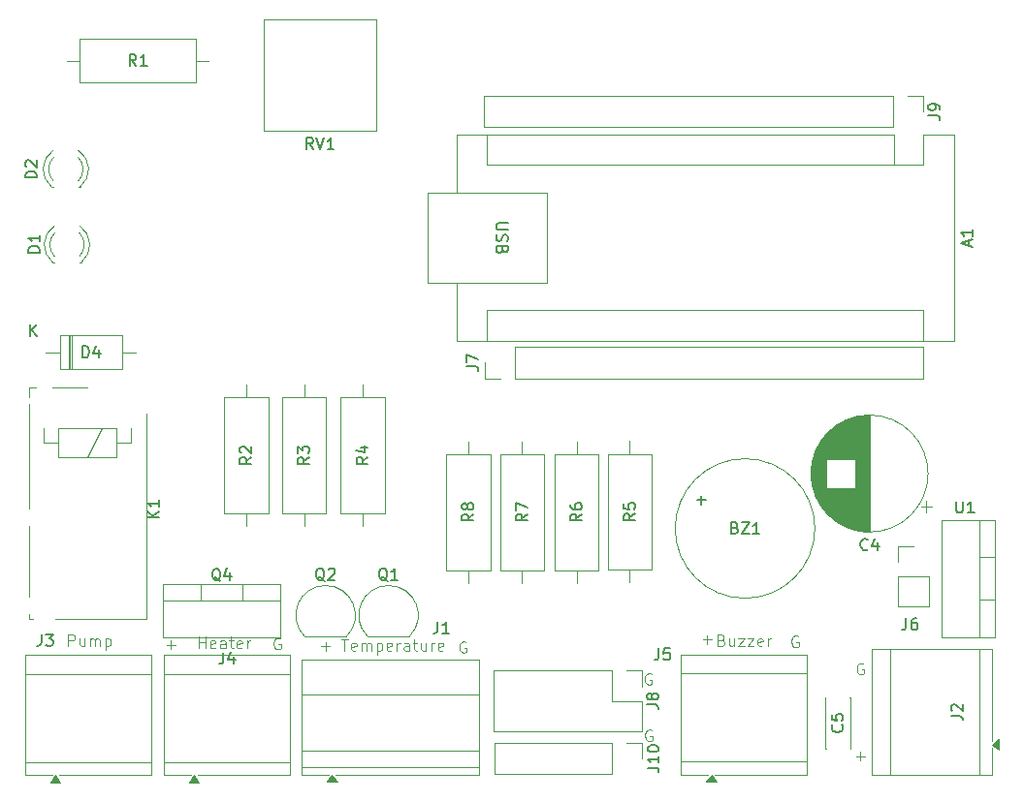
<source format=gbr>
%TF.GenerationSoftware,KiCad,Pcbnew,9.0.5*%
%TF.CreationDate,2025-11-29T23:46:54+05:30*%
%TF.ProjectId,from scrach,66726f6d-2073-4637-9261-63682e6b6963,rev?*%
%TF.SameCoordinates,Original*%
%TF.FileFunction,Legend,Top*%
%TF.FilePolarity,Positive*%
%FSLAX46Y46*%
G04 Gerber Fmt 4.6, Leading zero omitted, Abs format (unit mm)*
G04 Created by KiCad (PCBNEW 9.0.5) date 2025-11-29 23:46:54*
%MOMM*%
%LPD*%
G01*
G04 APERTURE LIST*
%ADD10C,0.100000*%
%ADD11C,0.150000*%
%ADD12C,0.120000*%
G04 APERTURE END LIST*
D10*
X50103884Y-137672419D02*
X50103884Y-136672419D01*
X50103884Y-136672419D02*
X50484836Y-136672419D01*
X50484836Y-136672419D02*
X50580074Y-136720038D01*
X50580074Y-136720038D02*
X50627693Y-136767657D01*
X50627693Y-136767657D02*
X50675312Y-136862895D01*
X50675312Y-136862895D02*
X50675312Y-137005752D01*
X50675312Y-137005752D02*
X50627693Y-137100990D01*
X50627693Y-137100990D02*
X50580074Y-137148609D01*
X50580074Y-137148609D02*
X50484836Y-137196228D01*
X50484836Y-137196228D02*
X50103884Y-137196228D01*
X51532455Y-137005752D02*
X51532455Y-137672419D01*
X51103884Y-137005752D02*
X51103884Y-137529561D01*
X51103884Y-137529561D02*
X51151503Y-137624800D01*
X51151503Y-137624800D02*
X51246741Y-137672419D01*
X51246741Y-137672419D02*
X51389598Y-137672419D01*
X51389598Y-137672419D02*
X51484836Y-137624800D01*
X51484836Y-137624800D02*
X51532455Y-137577180D01*
X52008646Y-137672419D02*
X52008646Y-137005752D01*
X52008646Y-137100990D02*
X52056265Y-137053371D01*
X52056265Y-137053371D02*
X52151503Y-137005752D01*
X52151503Y-137005752D02*
X52294360Y-137005752D01*
X52294360Y-137005752D02*
X52389598Y-137053371D01*
X52389598Y-137053371D02*
X52437217Y-137148609D01*
X52437217Y-137148609D02*
X52437217Y-137672419D01*
X52437217Y-137148609D02*
X52484836Y-137053371D01*
X52484836Y-137053371D02*
X52580074Y-137005752D01*
X52580074Y-137005752D02*
X52722931Y-137005752D01*
X52722931Y-137005752D02*
X52818170Y-137053371D01*
X52818170Y-137053371D02*
X52865789Y-137148609D01*
X52865789Y-137148609D02*
X52865789Y-137672419D01*
X53341979Y-137005752D02*
X53341979Y-138005752D01*
X53341979Y-137053371D02*
X53437217Y-137005752D01*
X53437217Y-137005752D02*
X53627693Y-137005752D01*
X53627693Y-137005752D02*
X53722931Y-137053371D01*
X53722931Y-137053371D02*
X53770550Y-137100990D01*
X53770550Y-137100990D02*
X53818169Y-137196228D01*
X53818169Y-137196228D02*
X53818169Y-137481942D01*
X53818169Y-137481942D02*
X53770550Y-137577180D01*
X53770550Y-137577180D02*
X53722931Y-137624800D01*
X53722931Y-137624800D02*
X53627693Y-137672419D01*
X53627693Y-137672419D02*
X53437217Y-137672419D01*
X53437217Y-137672419D02*
X53341979Y-137624800D01*
X58693884Y-137591466D02*
X59455789Y-137591466D01*
X59074836Y-137972419D02*
X59074836Y-137210514D01*
X68627693Y-137020038D02*
X68532455Y-136972419D01*
X68532455Y-136972419D02*
X68389598Y-136972419D01*
X68389598Y-136972419D02*
X68246741Y-137020038D01*
X68246741Y-137020038D02*
X68151503Y-137115276D01*
X68151503Y-137115276D02*
X68103884Y-137210514D01*
X68103884Y-137210514D02*
X68056265Y-137400990D01*
X68056265Y-137400990D02*
X68056265Y-137543847D01*
X68056265Y-137543847D02*
X68103884Y-137734323D01*
X68103884Y-137734323D02*
X68151503Y-137829561D01*
X68151503Y-137829561D02*
X68246741Y-137924800D01*
X68246741Y-137924800D02*
X68389598Y-137972419D01*
X68389598Y-137972419D02*
X68484836Y-137972419D01*
X68484836Y-137972419D02*
X68627693Y-137924800D01*
X68627693Y-137924800D02*
X68675312Y-137877180D01*
X68675312Y-137877180D02*
X68675312Y-137543847D01*
X68675312Y-137543847D02*
X68484836Y-137543847D01*
X118903884Y-147291466D02*
X119665789Y-147291466D01*
X119284836Y-147672419D02*
X119284836Y-146910514D01*
X101016153Y-140117922D02*
X100920915Y-140070303D01*
X100920915Y-140070303D02*
X100778058Y-140070303D01*
X100778058Y-140070303D02*
X100635201Y-140117922D01*
X100635201Y-140117922D02*
X100539963Y-140213160D01*
X100539963Y-140213160D02*
X100492344Y-140308398D01*
X100492344Y-140308398D02*
X100444725Y-140498874D01*
X100444725Y-140498874D02*
X100444725Y-140641731D01*
X100444725Y-140641731D02*
X100492344Y-140832207D01*
X100492344Y-140832207D02*
X100539963Y-140927445D01*
X100539963Y-140927445D02*
X100635201Y-141022684D01*
X100635201Y-141022684D02*
X100778058Y-141070303D01*
X100778058Y-141070303D02*
X100873296Y-141070303D01*
X100873296Y-141070303D02*
X101016153Y-141022684D01*
X101016153Y-141022684D02*
X101063772Y-140975064D01*
X101063772Y-140975064D02*
X101063772Y-140641731D01*
X101063772Y-140641731D02*
X100873296Y-140641731D01*
X72203884Y-137691466D02*
X72965789Y-137691466D01*
X72584836Y-138072419D02*
X72584836Y-137310514D01*
X101047693Y-145040038D02*
X100952455Y-144992419D01*
X100952455Y-144992419D02*
X100809598Y-144992419D01*
X100809598Y-144992419D02*
X100666741Y-145040038D01*
X100666741Y-145040038D02*
X100571503Y-145135276D01*
X100571503Y-145135276D02*
X100523884Y-145230514D01*
X100523884Y-145230514D02*
X100476265Y-145420990D01*
X100476265Y-145420990D02*
X100476265Y-145563847D01*
X100476265Y-145563847D02*
X100523884Y-145754323D01*
X100523884Y-145754323D02*
X100571503Y-145849561D01*
X100571503Y-145849561D02*
X100666741Y-145944800D01*
X100666741Y-145944800D02*
X100809598Y-145992419D01*
X100809598Y-145992419D02*
X100904836Y-145992419D01*
X100904836Y-145992419D02*
X101047693Y-145944800D01*
X101047693Y-145944800D02*
X101095312Y-145897180D01*
X101095312Y-145897180D02*
X101095312Y-145563847D01*
X101095312Y-145563847D02*
X100904836Y-145563847D01*
X107137217Y-137148609D02*
X107280074Y-137196228D01*
X107280074Y-137196228D02*
X107327693Y-137243847D01*
X107327693Y-137243847D02*
X107375312Y-137339085D01*
X107375312Y-137339085D02*
X107375312Y-137481942D01*
X107375312Y-137481942D02*
X107327693Y-137577180D01*
X107327693Y-137577180D02*
X107280074Y-137624800D01*
X107280074Y-137624800D02*
X107184836Y-137672419D01*
X107184836Y-137672419D02*
X106803884Y-137672419D01*
X106803884Y-137672419D02*
X106803884Y-136672419D01*
X106803884Y-136672419D02*
X107137217Y-136672419D01*
X107137217Y-136672419D02*
X107232455Y-136720038D01*
X107232455Y-136720038D02*
X107280074Y-136767657D01*
X107280074Y-136767657D02*
X107327693Y-136862895D01*
X107327693Y-136862895D02*
X107327693Y-136958133D01*
X107327693Y-136958133D02*
X107280074Y-137053371D01*
X107280074Y-137053371D02*
X107232455Y-137100990D01*
X107232455Y-137100990D02*
X107137217Y-137148609D01*
X107137217Y-137148609D02*
X106803884Y-137148609D01*
X108232455Y-137005752D02*
X108232455Y-137672419D01*
X107803884Y-137005752D02*
X107803884Y-137529561D01*
X107803884Y-137529561D02*
X107851503Y-137624800D01*
X107851503Y-137624800D02*
X107946741Y-137672419D01*
X107946741Y-137672419D02*
X108089598Y-137672419D01*
X108089598Y-137672419D02*
X108184836Y-137624800D01*
X108184836Y-137624800D02*
X108232455Y-137577180D01*
X108613408Y-137005752D02*
X109137217Y-137005752D01*
X109137217Y-137005752D02*
X108613408Y-137672419D01*
X108613408Y-137672419D02*
X109137217Y-137672419D01*
X109422932Y-137005752D02*
X109946741Y-137005752D01*
X109946741Y-137005752D02*
X109422932Y-137672419D01*
X109422932Y-137672419D02*
X109946741Y-137672419D01*
X110708646Y-137624800D02*
X110613408Y-137672419D01*
X110613408Y-137672419D02*
X110422932Y-137672419D01*
X110422932Y-137672419D02*
X110327694Y-137624800D01*
X110327694Y-137624800D02*
X110280075Y-137529561D01*
X110280075Y-137529561D02*
X110280075Y-137148609D01*
X110280075Y-137148609D02*
X110327694Y-137053371D01*
X110327694Y-137053371D02*
X110422932Y-137005752D01*
X110422932Y-137005752D02*
X110613408Y-137005752D01*
X110613408Y-137005752D02*
X110708646Y-137053371D01*
X110708646Y-137053371D02*
X110756265Y-137148609D01*
X110756265Y-137148609D02*
X110756265Y-137243847D01*
X110756265Y-137243847D02*
X110280075Y-137339085D01*
X111184837Y-137672419D02*
X111184837Y-137005752D01*
X111184837Y-137196228D02*
X111232456Y-137100990D01*
X111232456Y-137100990D02*
X111280075Y-137053371D01*
X111280075Y-137053371D02*
X111375313Y-137005752D01*
X111375313Y-137005752D02*
X111470551Y-137005752D01*
X113827693Y-136820038D02*
X113732455Y-136772419D01*
X113732455Y-136772419D02*
X113589598Y-136772419D01*
X113589598Y-136772419D02*
X113446741Y-136820038D01*
X113446741Y-136820038D02*
X113351503Y-136915276D01*
X113351503Y-136915276D02*
X113303884Y-137010514D01*
X113303884Y-137010514D02*
X113256265Y-137200990D01*
X113256265Y-137200990D02*
X113256265Y-137343847D01*
X113256265Y-137343847D02*
X113303884Y-137534323D01*
X113303884Y-137534323D02*
X113351503Y-137629561D01*
X113351503Y-137629561D02*
X113446741Y-137724800D01*
X113446741Y-137724800D02*
X113589598Y-137772419D01*
X113589598Y-137772419D02*
X113684836Y-137772419D01*
X113684836Y-137772419D02*
X113827693Y-137724800D01*
X113827693Y-137724800D02*
X113875312Y-137677180D01*
X113875312Y-137677180D02*
X113875312Y-137343847D01*
X113875312Y-137343847D02*
X113684836Y-137343847D01*
X84827693Y-137320038D02*
X84732455Y-137272419D01*
X84732455Y-137272419D02*
X84589598Y-137272419D01*
X84589598Y-137272419D02*
X84446741Y-137320038D01*
X84446741Y-137320038D02*
X84351503Y-137415276D01*
X84351503Y-137415276D02*
X84303884Y-137510514D01*
X84303884Y-137510514D02*
X84256265Y-137700990D01*
X84256265Y-137700990D02*
X84256265Y-137843847D01*
X84256265Y-137843847D02*
X84303884Y-138034323D01*
X84303884Y-138034323D02*
X84351503Y-138129561D01*
X84351503Y-138129561D02*
X84446741Y-138224800D01*
X84446741Y-138224800D02*
X84589598Y-138272419D01*
X84589598Y-138272419D02*
X84684836Y-138272419D01*
X84684836Y-138272419D02*
X84827693Y-138224800D01*
X84827693Y-138224800D02*
X84875312Y-138177180D01*
X84875312Y-138177180D02*
X84875312Y-137843847D01*
X84875312Y-137843847D02*
X84684836Y-137843847D01*
X119527693Y-139220038D02*
X119432455Y-139172419D01*
X119432455Y-139172419D02*
X119289598Y-139172419D01*
X119289598Y-139172419D02*
X119146741Y-139220038D01*
X119146741Y-139220038D02*
X119051503Y-139315276D01*
X119051503Y-139315276D02*
X119003884Y-139410514D01*
X119003884Y-139410514D02*
X118956265Y-139600990D01*
X118956265Y-139600990D02*
X118956265Y-139743847D01*
X118956265Y-139743847D02*
X119003884Y-139934323D01*
X119003884Y-139934323D02*
X119051503Y-140029561D01*
X119051503Y-140029561D02*
X119146741Y-140124800D01*
X119146741Y-140124800D02*
X119289598Y-140172419D01*
X119289598Y-140172419D02*
X119384836Y-140172419D01*
X119384836Y-140172419D02*
X119527693Y-140124800D01*
X119527693Y-140124800D02*
X119575312Y-140077180D01*
X119575312Y-140077180D02*
X119575312Y-139743847D01*
X119575312Y-139743847D02*
X119384836Y-139743847D01*
X73961027Y-137072419D02*
X74532455Y-137072419D01*
X74246741Y-138072419D02*
X74246741Y-137072419D01*
X75246741Y-138024800D02*
X75151503Y-138072419D01*
X75151503Y-138072419D02*
X74961027Y-138072419D01*
X74961027Y-138072419D02*
X74865789Y-138024800D01*
X74865789Y-138024800D02*
X74818170Y-137929561D01*
X74818170Y-137929561D02*
X74818170Y-137548609D01*
X74818170Y-137548609D02*
X74865789Y-137453371D01*
X74865789Y-137453371D02*
X74961027Y-137405752D01*
X74961027Y-137405752D02*
X75151503Y-137405752D01*
X75151503Y-137405752D02*
X75246741Y-137453371D01*
X75246741Y-137453371D02*
X75294360Y-137548609D01*
X75294360Y-137548609D02*
X75294360Y-137643847D01*
X75294360Y-137643847D02*
X74818170Y-137739085D01*
X75722932Y-138072419D02*
X75722932Y-137405752D01*
X75722932Y-137500990D02*
X75770551Y-137453371D01*
X75770551Y-137453371D02*
X75865789Y-137405752D01*
X75865789Y-137405752D02*
X76008646Y-137405752D01*
X76008646Y-137405752D02*
X76103884Y-137453371D01*
X76103884Y-137453371D02*
X76151503Y-137548609D01*
X76151503Y-137548609D02*
X76151503Y-138072419D01*
X76151503Y-137548609D02*
X76199122Y-137453371D01*
X76199122Y-137453371D02*
X76294360Y-137405752D01*
X76294360Y-137405752D02*
X76437217Y-137405752D01*
X76437217Y-137405752D02*
X76532456Y-137453371D01*
X76532456Y-137453371D02*
X76580075Y-137548609D01*
X76580075Y-137548609D02*
X76580075Y-138072419D01*
X77056265Y-137405752D02*
X77056265Y-138405752D01*
X77056265Y-137453371D02*
X77151503Y-137405752D01*
X77151503Y-137405752D02*
X77341979Y-137405752D01*
X77341979Y-137405752D02*
X77437217Y-137453371D01*
X77437217Y-137453371D02*
X77484836Y-137500990D01*
X77484836Y-137500990D02*
X77532455Y-137596228D01*
X77532455Y-137596228D02*
X77532455Y-137881942D01*
X77532455Y-137881942D02*
X77484836Y-137977180D01*
X77484836Y-137977180D02*
X77437217Y-138024800D01*
X77437217Y-138024800D02*
X77341979Y-138072419D01*
X77341979Y-138072419D02*
X77151503Y-138072419D01*
X77151503Y-138072419D02*
X77056265Y-138024800D01*
X78341979Y-138024800D02*
X78246741Y-138072419D01*
X78246741Y-138072419D02*
X78056265Y-138072419D01*
X78056265Y-138072419D02*
X77961027Y-138024800D01*
X77961027Y-138024800D02*
X77913408Y-137929561D01*
X77913408Y-137929561D02*
X77913408Y-137548609D01*
X77913408Y-137548609D02*
X77961027Y-137453371D01*
X77961027Y-137453371D02*
X78056265Y-137405752D01*
X78056265Y-137405752D02*
X78246741Y-137405752D01*
X78246741Y-137405752D02*
X78341979Y-137453371D01*
X78341979Y-137453371D02*
X78389598Y-137548609D01*
X78389598Y-137548609D02*
X78389598Y-137643847D01*
X78389598Y-137643847D02*
X77913408Y-137739085D01*
X78818170Y-138072419D02*
X78818170Y-137405752D01*
X78818170Y-137596228D02*
X78865789Y-137500990D01*
X78865789Y-137500990D02*
X78913408Y-137453371D01*
X78913408Y-137453371D02*
X79008646Y-137405752D01*
X79008646Y-137405752D02*
X79103884Y-137405752D01*
X79865789Y-138072419D02*
X79865789Y-137548609D01*
X79865789Y-137548609D02*
X79818170Y-137453371D01*
X79818170Y-137453371D02*
X79722932Y-137405752D01*
X79722932Y-137405752D02*
X79532456Y-137405752D01*
X79532456Y-137405752D02*
X79437218Y-137453371D01*
X79865789Y-138024800D02*
X79770551Y-138072419D01*
X79770551Y-138072419D02*
X79532456Y-138072419D01*
X79532456Y-138072419D02*
X79437218Y-138024800D01*
X79437218Y-138024800D02*
X79389599Y-137929561D01*
X79389599Y-137929561D02*
X79389599Y-137834323D01*
X79389599Y-137834323D02*
X79437218Y-137739085D01*
X79437218Y-137739085D02*
X79532456Y-137691466D01*
X79532456Y-137691466D02*
X79770551Y-137691466D01*
X79770551Y-137691466D02*
X79865789Y-137643847D01*
X80199123Y-137405752D02*
X80580075Y-137405752D01*
X80341980Y-137072419D02*
X80341980Y-137929561D01*
X80341980Y-137929561D02*
X80389599Y-138024800D01*
X80389599Y-138024800D02*
X80484837Y-138072419D01*
X80484837Y-138072419D02*
X80580075Y-138072419D01*
X81341980Y-137405752D02*
X81341980Y-138072419D01*
X80913409Y-137405752D02*
X80913409Y-137929561D01*
X80913409Y-137929561D02*
X80961028Y-138024800D01*
X80961028Y-138024800D02*
X81056266Y-138072419D01*
X81056266Y-138072419D02*
X81199123Y-138072419D01*
X81199123Y-138072419D02*
X81294361Y-138024800D01*
X81294361Y-138024800D02*
X81341980Y-137977180D01*
X81818171Y-138072419D02*
X81818171Y-137405752D01*
X81818171Y-137596228D02*
X81865790Y-137500990D01*
X81865790Y-137500990D02*
X81913409Y-137453371D01*
X81913409Y-137453371D02*
X82008647Y-137405752D01*
X82008647Y-137405752D02*
X82103885Y-137405752D01*
X82818171Y-138024800D02*
X82722933Y-138072419D01*
X82722933Y-138072419D02*
X82532457Y-138072419D01*
X82532457Y-138072419D02*
X82437219Y-138024800D01*
X82437219Y-138024800D02*
X82389600Y-137929561D01*
X82389600Y-137929561D02*
X82389600Y-137548609D01*
X82389600Y-137548609D02*
X82437219Y-137453371D01*
X82437219Y-137453371D02*
X82532457Y-137405752D01*
X82532457Y-137405752D02*
X82722933Y-137405752D01*
X82722933Y-137405752D02*
X82818171Y-137453371D01*
X82818171Y-137453371D02*
X82865790Y-137548609D01*
X82865790Y-137548609D02*
X82865790Y-137643847D01*
X82865790Y-137643847D02*
X82389600Y-137739085D01*
X61503884Y-137872419D02*
X61503884Y-136872419D01*
X61503884Y-137348609D02*
X62075312Y-137348609D01*
X62075312Y-137872419D02*
X62075312Y-136872419D01*
X62932455Y-137824800D02*
X62837217Y-137872419D01*
X62837217Y-137872419D02*
X62646741Y-137872419D01*
X62646741Y-137872419D02*
X62551503Y-137824800D01*
X62551503Y-137824800D02*
X62503884Y-137729561D01*
X62503884Y-137729561D02*
X62503884Y-137348609D01*
X62503884Y-137348609D02*
X62551503Y-137253371D01*
X62551503Y-137253371D02*
X62646741Y-137205752D01*
X62646741Y-137205752D02*
X62837217Y-137205752D01*
X62837217Y-137205752D02*
X62932455Y-137253371D01*
X62932455Y-137253371D02*
X62980074Y-137348609D01*
X62980074Y-137348609D02*
X62980074Y-137443847D01*
X62980074Y-137443847D02*
X62503884Y-137539085D01*
X63837217Y-137872419D02*
X63837217Y-137348609D01*
X63837217Y-137348609D02*
X63789598Y-137253371D01*
X63789598Y-137253371D02*
X63694360Y-137205752D01*
X63694360Y-137205752D02*
X63503884Y-137205752D01*
X63503884Y-137205752D02*
X63408646Y-137253371D01*
X63837217Y-137824800D02*
X63741979Y-137872419D01*
X63741979Y-137872419D02*
X63503884Y-137872419D01*
X63503884Y-137872419D02*
X63408646Y-137824800D01*
X63408646Y-137824800D02*
X63361027Y-137729561D01*
X63361027Y-137729561D02*
X63361027Y-137634323D01*
X63361027Y-137634323D02*
X63408646Y-137539085D01*
X63408646Y-137539085D02*
X63503884Y-137491466D01*
X63503884Y-137491466D02*
X63741979Y-137491466D01*
X63741979Y-137491466D02*
X63837217Y-137443847D01*
X64170551Y-137205752D02*
X64551503Y-137205752D01*
X64313408Y-136872419D02*
X64313408Y-137729561D01*
X64313408Y-137729561D02*
X64361027Y-137824800D01*
X64361027Y-137824800D02*
X64456265Y-137872419D01*
X64456265Y-137872419D02*
X64551503Y-137872419D01*
X65265789Y-137824800D02*
X65170551Y-137872419D01*
X65170551Y-137872419D02*
X64980075Y-137872419D01*
X64980075Y-137872419D02*
X64884837Y-137824800D01*
X64884837Y-137824800D02*
X64837218Y-137729561D01*
X64837218Y-137729561D02*
X64837218Y-137348609D01*
X64837218Y-137348609D02*
X64884837Y-137253371D01*
X64884837Y-137253371D02*
X64980075Y-137205752D01*
X64980075Y-137205752D02*
X65170551Y-137205752D01*
X65170551Y-137205752D02*
X65265789Y-137253371D01*
X65265789Y-137253371D02*
X65313408Y-137348609D01*
X65313408Y-137348609D02*
X65313408Y-137443847D01*
X65313408Y-137443847D02*
X64837218Y-137539085D01*
X65741980Y-137872419D02*
X65741980Y-137205752D01*
X65741980Y-137396228D02*
X65789599Y-137300990D01*
X65789599Y-137300990D02*
X65837218Y-137253371D01*
X65837218Y-137253371D02*
X65932456Y-137205752D01*
X65932456Y-137205752D02*
X66027694Y-137205752D01*
X105503884Y-137091466D02*
X106265789Y-137091466D01*
X105884836Y-137472419D02*
X105884836Y-136710514D01*
D11*
X125212507Y-91286181D02*
X125926792Y-91286181D01*
X125926792Y-91286181D02*
X126069649Y-91333800D01*
X126069649Y-91333800D02*
X126164888Y-91429038D01*
X126164888Y-91429038D02*
X126212507Y-91571895D01*
X126212507Y-91571895D02*
X126212507Y-91667133D01*
X126212507Y-90762371D02*
X126212507Y-90571895D01*
X126212507Y-90571895D02*
X126164888Y-90476657D01*
X126164888Y-90476657D02*
X126117268Y-90429038D01*
X126117268Y-90429038D02*
X125974411Y-90333800D01*
X125974411Y-90333800D02*
X125783935Y-90286181D01*
X125783935Y-90286181D02*
X125402983Y-90286181D01*
X125402983Y-90286181D02*
X125307745Y-90333800D01*
X125307745Y-90333800D02*
X125260126Y-90381419D01*
X125260126Y-90381419D02*
X125212507Y-90476657D01*
X125212507Y-90476657D02*
X125212507Y-90667133D01*
X125212507Y-90667133D02*
X125260126Y-90762371D01*
X125260126Y-90762371D02*
X125307745Y-90809990D01*
X125307745Y-90809990D02*
X125402983Y-90857609D01*
X125402983Y-90857609D02*
X125641078Y-90857609D01*
X125641078Y-90857609D02*
X125736316Y-90809990D01*
X125736316Y-90809990D02*
X125783935Y-90762371D01*
X125783935Y-90762371D02*
X125831554Y-90667133D01*
X125831554Y-90667133D02*
X125831554Y-90476657D01*
X125831554Y-90476657D02*
X125783935Y-90381419D01*
X125783935Y-90381419D02*
X125736316Y-90333800D01*
X125736316Y-90333800D02*
X125641078Y-90286181D01*
X47624819Y-103268094D02*
X46624819Y-103268094D01*
X46624819Y-103268094D02*
X46624819Y-103029999D01*
X46624819Y-103029999D02*
X46672438Y-102887142D01*
X46672438Y-102887142D02*
X46767676Y-102791904D01*
X46767676Y-102791904D02*
X46862914Y-102744285D01*
X46862914Y-102744285D02*
X47053390Y-102696666D01*
X47053390Y-102696666D02*
X47196247Y-102696666D01*
X47196247Y-102696666D02*
X47386723Y-102744285D01*
X47386723Y-102744285D02*
X47481961Y-102791904D01*
X47481961Y-102791904D02*
X47577200Y-102887142D01*
X47577200Y-102887142D02*
X47624819Y-103029999D01*
X47624819Y-103029999D02*
X47624819Y-103268094D01*
X47624819Y-101744285D02*
X47624819Y-102315713D01*
X47624819Y-102029999D02*
X46624819Y-102029999D01*
X46624819Y-102029999D02*
X46767676Y-102125237D01*
X46767676Y-102125237D02*
X46862914Y-102220475D01*
X46862914Y-102220475D02*
X46910533Y-102315713D01*
X123266666Y-135254819D02*
X123266666Y-135969104D01*
X123266666Y-135969104D02*
X123219047Y-136111961D01*
X123219047Y-136111961D02*
X123123809Y-136207200D01*
X123123809Y-136207200D02*
X122980952Y-136254819D01*
X122980952Y-136254819D02*
X122885714Y-136254819D01*
X124171428Y-135254819D02*
X123980952Y-135254819D01*
X123980952Y-135254819D02*
X123885714Y-135302438D01*
X123885714Y-135302438D02*
X123838095Y-135350057D01*
X123838095Y-135350057D02*
X123742857Y-135492914D01*
X123742857Y-135492914D02*
X123695238Y-135683390D01*
X123695238Y-135683390D02*
X123695238Y-136064342D01*
X123695238Y-136064342D02*
X123742857Y-136159580D01*
X123742857Y-136159580D02*
X123790476Y-136207200D01*
X123790476Y-136207200D02*
X123885714Y-136254819D01*
X123885714Y-136254819D02*
X124076190Y-136254819D01*
X124076190Y-136254819D02*
X124171428Y-136207200D01*
X124171428Y-136207200D02*
X124219047Y-136159580D01*
X124219047Y-136159580D02*
X124266666Y-136064342D01*
X124266666Y-136064342D02*
X124266666Y-135826247D01*
X124266666Y-135826247D02*
X124219047Y-135731009D01*
X124219047Y-135731009D02*
X124171428Y-135683390D01*
X124171428Y-135683390D02*
X124076190Y-135635771D01*
X124076190Y-135635771D02*
X123885714Y-135635771D01*
X123885714Y-135635771D02*
X123790476Y-135683390D01*
X123790476Y-135683390D02*
X123742857Y-135731009D01*
X123742857Y-135731009D02*
X123695238Y-135826247D01*
X56033333Y-86954819D02*
X55700000Y-86478628D01*
X55461905Y-86954819D02*
X55461905Y-85954819D01*
X55461905Y-85954819D02*
X55842857Y-85954819D01*
X55842857Y-85954819D02*
X55938095Y-86002438D01*
X55938095Y-86002438D02*
X55985714Y-86050057D01*
X55985714Y-86050057D02*
X56033333Y-86145295D01*
X56033333Y-86145295D02*
X56033333Y-86288152D01*
X56033333Y-86288152D02*
X55985714Y-86383390D01*
X55985714Y-86383390D02*
X55938095Y-86431009D01*
X55938095Y-86431009D02*
X55842857Y-86478628D01*
X55842857Y-86478628D02*
X55461905Y-86478628D01*
X56985714Y-86954819D02*
X56414286Y-86954819D01*
X56700000Y-86954819D02*
X56700000Y-85954819D01*
X56700000Y-85954819D02*
X56604762Y-86097676D01*
X56604762Y-86097676D02*
X56509524Y-86192914D01*
X56509524Y-86192914D02*
X56414286Y-86240533D01*
X47766666Y-136654819D02*
X47766666Y-137369104D01*
X47766666Y-137369104D02*
X47719047Y-137511961D01*
X47719047Y-137511961D02*
X47623809Y-137607200D01*
X47623809Y-137607200D02*
X47480952Y-137654819D01*
X47480952Y-137654819D02*
X47385714Y-137654819D01*
X48147619Y-136654819D02*
X48766666Y-136654819D01*
X48766666Y-136654819D02*
X48433333Y-137035771D01*
X48433333Y-137035771D02*
X48576190Y-137035771D01*
X48576190Y-137035771D02*
X48671428Y-137083390D01*
X48671428Y-137083390D02*
X48719047Y-137131009D01*
X48719047Y-137131009D02*
X48766666Y-137226247D01*
X48766666Y-137226247D02*
X48766666Y-137464342D01*
X48766666Y-137464342D02*
X48719047Y-137559580D01*
X48719047Y-137559580D02*
X48671428Y-137607200D01*
X48671428Y-137607200D02*
X48576190Y-137654819D01*
X48576190Y-137654819D02*
X48290476Y-137654819D01*
X48290476Y-137654819D02*
X48195238Y-137607200D01*
X48195238Y-137607200D02*
X48147619Y-137559580D01*
X85491250Y-126135300D02*
X85015059Y-126468633D01*
X85491250Y-126706728D02*
X84491250Y-126706728D01*
X84491250Y-126706728D02*
X84491250Y-126325776D01*
X84491250Y-126325776D02*
X84538869Y-126230538D01*
X84538869Y-126230538D02*
X84586488Y-126182919D01*
X84586488Y-126182919D02*
X84681726Y-126135300D01*
X84681726Y-126135300D02*
X84824583Y-126135300D01*
X84824583Y-126135300D02*
X84919821Y-126182919D01*
X84919821Y-126182919D02*
X84967440Y-126230538D01*
X84967440Y-126230538D02*
X85015059Y-126325776D01*
X85015059Y-126325776D02*
X85015059Y-126706728D01*
X84919821Y-125563871D02*
X84872202Y-125659109D01*
X84872202Y-125659109D02*
X84824583Y-125706728D01*
X84824583Y-125706728D02*
X84729345Y-125754347D01*
X84729345Y-125754347D02*
X84681726Y-125754347D01*
X84681726Y-125754347D02*
X84586488Y-125706728D01*
X84586488Y-125706728D02*
X84538869Y-125659109D01*
X84538869Y-125659109D02*
X84491250Y-125563871D01*
X84491250Y-125563871D02*
X84491250Y-125373395D01*
X84491250Y-125373395D02*
X84538869Y-125278157D01*
X84538869Y-125278157D02*
X84586488Y-125230538D01*
X84586488Y-125230538D02*
X84681726Y-125182919D01*
X84681726Y-125182919D02*
X84729345Y-125182919D01*
X84729345Y-125182919D02*
X84824583Y-125230538D01*
X84824583Y-125230538D02*
X84872202Y-125278157D01*
X84872202Y-125278157D02*
X84919821Y-125373395D01*
X84919821Y-125373395D02*
X84919821Y-125563871D01*
X84919821Y-125563871D02*
X84967440Y-125659109D01*
X84967440Y-125659109D02*
X85015059Y-125706728D01*
X85015059Y-125706728D02*
X85110297Y-125754347D01*
X85110297Y-125754347D02*
X85300773Y-125754347D01*
X85300773Y-125754347D02*
X85396011Y-125706728D01*
X85396011Y-125706728D02*
X85443631Y-125659109D01*
X85443631Y-125659109D02*
X85491250Y-125563871D01*
X85491250Y-125563871D02*
X85491250Y-125373395D01*
X85491250Y-125373395D02*
X85443631Y-125278157D01*
X85443631Y-125278157D02*
X85396011Y-125230538D01*
X85396011Y-125230538D02*
X85300773Y-125182919D01*
X85300773Y-125182919D02*
X85110297Y-125182919D01*
X85110297Y-125182919D02*
X85015059Y-125230538D01*
X85015059Y-125230538D02*
X84967440Y-125278157D01*
X84967440Y-125278157D02*
X84919821Y-125373395D01*
X66099030Y-121152026D02*
X65622839Y-121485359D01*
X66099030Y-121723454D02*
X65099030Y-121723454D01*
X65099030Y-121723454D02*
X65099030Y-121342502D01*
X65099030Y-121342502D02*
X65146649Y-121247264D01*
X65146649Y-121247264D02*
X65194268Y-121199645D01*
X65194268Y-121199645D02*
X65289506Y-121152026D01*
X65289506Y-121152026D02*
X65432363Y-121152026D01*
X65432363Y-121152026D02*
X65527601Y-121199645D01*
X65527601Y-121199645D02*
X65575220Y-121247264D01*
X65575220Y-121247264D02*
X65622839Y-121342502D01*
X65622839Y-121342502D02*
X65622839Y-121723454D01*
X65194268Y-120771073D02*
X65146649Y-120723454D01*
X65146649Y-120723454D02*
X65099030Y-120628216D01*
X65099030Y-120628216D02*
X65099030Y-120390121D01*
X65099030Y-120390121D02*
X65146649Y-120294883D01*
X65146649Y-120294883D02*
X65194268Y-120247264D01*
X65194268Y-120247264D02*
X65289506Y-120199645D01*
X65289506Y-120199645D02*
X65384744Y-120199645D01*
X65384744Y-120199645D02*
X65527601Y-120247264D01*
X65527601Y-120247264D02*
X66099030Y-120818692D01*
X66099030Y-120818692D02*
X66099030Y-120199645D01*
X94941250Y-126135300D02*
X94465059Y-126468633D01*
X94941250Y-126706728D02*
X93941250Y-126706728D01*
X93941250Y-126706728D02*
X93941250Y-126325776D01*
X93941250Y-126325776D02*
X93988869Y-126230538D01*
X93988869Y-126230538D02*
X94036488Y-126182919D01*
X94036488Y-126182919D02*
X94131726Y-126135300D01*
X94131726Y-126135300D02*
X94274583Y-126135300D01*
X94274583Y-126135300D02*
X94369821Y-126182919D01*
X94369821Y-126182919D02*
X94417440Y-126230538D01*
X94417440Y-126230538D02*
X94465059Y-126325776D01*
X94465059Y-126325776D02*
X94465059Y-126706728D01*
X93941250Y-125278157D02*
X93941250Y-125468633D01*
X93941250Y-125468633D02*
X93988869Y-125563871D01*
X93988869Y-125563871D02*
X94036488Y-125611490D01*
X94036488Y-125611490D02*
X94179345Y-125706728D01*
X94179345Y-125706728D02*
X94369821Y-125754347D01*
X94369821Y-125754347D02*
X94750773Y-125754347D01*
X94750773Y-125754347D02*
X94846011Y-125706728D01*
X94846011Y-125706728D02*
X94893631Y-125659109D01*
X94893631Y-125659109D02*
X94941250Y-125563871D01*
X94941250Y-125563871D02*
X94941250Y-125373395D01*
X94941250Y-125373395D02*
X94893631Y-125278157D01*
X94893631Y-125278157D02*
X94846011Y-125230538D01*
X94846011Y-125230538D02*
X94750773Y-125182919D01*
X94750773Y-125182919D02*
X94512678Y-125182919D01*
X94512678Y-125182919D02*
X94417440Y-125230538D01*
X94417440Y-125230538D02*
X94369821Y-125278157D01*
X94369821Y-125278157D02*
X94322202Y-125373395D01*
X94322202Y-125373395D02*
X94322202Y-125563871D01*
X94322202Y-125563871D02*
X94369821Y-125659109D01*
X94369821Y-125659109D02*
X94417440Y-125706728D01*
X94417440Y-125706728D02*
X94512678Y-125754347D01*
X76276003Y-121156511D02*
X75799812Y-121489844D01*
X76276003Y-121727939D02*
X75276003Y-121727939D01*
X75276003Y-121727939D02*
X75276003Y-121346987D01*
X75276003Y-121346987D02*
X75323622Y-121251749D01*
X75323622Y-121251749D02*
X75371241Y-121204130D01*
X75371241Y-121204130D02*
X75466479Y-121156511D01*
X75466479Y-121156511D02*
X75609336Y-121156511D01*
X75609336Y-121156511D02*
X75704574Y-121204130D01*
X75704574Y-121204130D02*
X75752193Y-121251749D01*
X75752193Y-121251749D02*
X75799812Y-121346987D01*
X75799812Y-121346987D02*
X75799812Y-121727939D01*
X75609336Y-120299368D02*
X76276003Y-120299368D01*
X75228384Y-120537463D02*
X75942669Y-120775558D01*
X75942669Y-120775558D02*
X75942669Y-120156511D01*
X108319047Y-127331009D02*
X108461904Y-127378628D01*
X108461904Y-127378628D02*
X108509523Y-127426247D01*
X108509523Y-127426247D02*
X108557142Y-127521485D01*
X108557142Y-127521485D02*
X108557142Y-127664342D01*
X108557142Y-127664342D02*
X108509523Y-127759580D01*
X108509523Y-127759580D02*
X108461904Y-127807200D01*
X108461904Y-127807200D02*
X108366666Y-127854819D01*
X108366666Y-127854819D02*
X107985714Y-127854819D01*
X107985714Y-127854819D02*
X107985714Y-126854819D01*
X107985714Y-126854819D02*
X108319047Y-126854819D01*
X108319047Y-126854819D02*
X108414285Y-126902438D01*
X108414285Y-126902438D02*
X108461904Y-126950057D01*
X108461904Y-126950057D02*
X108509523Y-127045295D01*
X108509523Y-127045295D02*
X108509523Y-127140533D01*
X108509523Y-127140533D02*
X108461904Y-127235771D01*
X108461904Y-127235771D02*
X108414285Y-127283390D01*
X108414285Y-127283390D02*
X108319047Y-127331009D01*
X108319047Y-127331009D02*
X107985714Y-127331009D01*
X108890476Y-126854819D02*
X109557142Y-126854819D01*
X109557142Y-126854819D02*
X108890476Y-127854819D01*
X108890476Y-127854819D02*
X109557142Y-127854819D01*
X110461904Y-127854819D02*
X109890476Y-127854819D01*
X110176190Y-127854819D02*
X110176190Y-126854819D01*
X110176190Y-126854819D02*
X110080952Y-126997676D01*
X110080952Y-126997676D02*
X109985714Y-127092914D01*
X109985714Y-127092914D02*
X109890476Y-127140533D01*
X105009048Y-124933866D02*
X105770953Y-124933866D01*
X105390000Y-125314819D02*
X105390000Y-124552914D01*
X100674819Y-148309523D02*
X101389104Y-148309523D01*
X101389104Y-148309523D02*
X101531961Y-148357142D01*
X101531961Y-148357142D02*
X101627200Y-148452380D01*
X101627200Y-148452380D02*
X101674819Y-148595237D01*
X101674819Y-148595237D02*
X101674819Y-148690475D01*
X101674819Y-147309523D02*
X101674819Y-147880951D01*
X101674819Y-147595237D02*
X100674819Y-147595237D01*
X100674819Y-147595237D02*
X100817676Y-147690475D01*
X100817676Y-147690475D02*
X100912914Y-147785713D01*
X100912914Y-147785713D02*
X100960533Y-147880951D01*
X100674819Y-146690475D02*
X100674819Y-146595237D01*
X100674819Y-146595237D02*
X100722438Y-146499999D01*
X100722438Y-146499999D02*
X100770057Y-146452380D01*
X100770057Y-146452380D02*
X100865295Y-146404761D01*
X100865295Y-146404761D02*
X101055771Y-146357142D01*
X101055771Y-146357142D02*
X101293866Y-146357142D01*
X101293866Y-146357142D02*
X101484342Y-146404761D01*
X101484342Y-146404761D02*
X101579580Y-146452380D01*
X101579580Y-146452380D02*
X101627200Y-146499999D01*
X101627200Y-146499999D02*
X101674819Y-146595237D01*
X101674819Y-146595237D02*
X101674819Y-146690475D01*
X101674819Y-146690475D02*
X101627200Y-146785713D01*
X101627200Y-146785713D02*
X101579580Y-146833332D01*
X101579580Y-146833332D02*
X101484342Y-146880951D01*
X101484342Y-146880951D02*
X101293866Y-146928570D01*
X101293866Y-146928570D02*
X101055771Y-146928570D01*
X101055771Y-146928570D02*
X100865295Y-146880951D01*
X100865295Y-146880951D02*
X100770057Y-146833332D01*
X100770057Y-146833332D02*
X100722438Y-146785713D01*
X100722438Y-146785713D02*
X100674819Y-146690475D01*
X58049819Y-126453094D02*
X57049819Y-126453094D01*
X58049819Y-125881666D02*
X57478390Y-126310237D01*
X57049819Y-125881666D02*
X57621247Y-126453094D01*
X58049819Y-124929285D02*
X58049819Y-125500713D01*
X58049819Y-125214999D02*
X57049819Y-125214999D01*
X57049819Y-125214999D02*
X57192676Y-125310237D01*
X57192676Y-125310237D02*
X57287914Y-125405475D01*
X57287914Y-125405475D02*
X57335533Y-125500713D01*
X127194819Y-143773333D02*
X127909104Y-143773333D01*
X127909104Y-143773333D02*
X128051961Y-143820952D01*
X128051961Y-143820952D02*
X128147200Y-143916190D01*
X128147200Y-143916190D02*
X128194819Y-144059047D01*
X128194819Y-144059047D02*
X128194819Y-144154285D01*
X127290057Y-143344761D02*
X127242438Y-143297142D01*
X127242438Y-143297142D02*
X127194819Y-143201904D01*
X127194819Y-143201904D02*
X127194819Y-142963809D01*
X127194819Y-142963809D02*
X127242438Y-142868571D01*
X127242438Y-142868571D02*
X127290057Y-142820952D01*
X127290057Y-142820952D02*
X127385295Y-142773333D01*
X127385295Y-142773333D02*
X127480533Y-142773333D01*
X127480533Y-142773333D02*
X127623390Y-142820952D01*
X127623390Y-142820952D02*
X128194819Y-143392380D01*
X128194819Y-143392380D02*
X128194819Y-142773333D01*
X71154819Y-121166666D02*
X70678628Y-121499999D01*
X71154819Y-121738094D02*
X70154819Y-121738094D01*
X70154819Y-121738094D02*
X70154819Y-121357142D01*
X70154819Y-121357142D02*
X70202438Y-121261904D01*
X70202438Y-121261904D02*
X70250057Y-121214285D01*
X70250057Y-121214285D02*
X70345295Y-121166666D01*
X70345295Y-121166666D02*
X70488152Y-121166666D01*
X70488152Y-121166666D02*
X70583390Y-121214285D01*
X70583390Y-121214285D02*
X70631009Y-121261904D01*
X70631009Y-121261904D02*
X70678628Y-121357142D01*
X70678628Y-121357142D02*
X70678628Y-121738094D01*
X70154819Y-120833332D02*
X70154819Y-120214285D01*
X70154819Y-120214285D02*
X70535771Y-120547618D01*
X70535771Y-120547618D02*
X70535771Y-120404761D01*
X70535771Y-120404761D02*
X70583390Y-120309523D01*
X70583390Y-120309523D02*
X70631009Y-120261904D01*
X70631009Y-120261904D02*
X70726247Y-120214285D01*
X70726247Y-120214285D02*
X70964342Y-120214285D01*
X70964342Y-120214285D02*
X71059580Y-120261904D01*
X71059580Y-120261904D02*
X71107200Y-120309523D01*
X71107200Y-120309523D02*
X71154819Y-120404761D01*
X71154819Y-120404761D02*
X71154819Y-120690475D01*
X71154819Y-120690475D02*
X71107200Y-120785713D01*
X71107200Y-120785713D02*
X71059580Y-120833332D01*
X128749104Y-102694285D02*
X128749104Y-102218095D01*
X129034819Y-102789523D02*
X128034819Y-102456190D01*
X128034819Y-102456190D02*
X129034819Y-102122857D01*
X129034819Y-101265714D02*
X129034819Y-101837142D01*
X129034819Y-101551428D02*
X128034819Y-101551428D01*
X128034819Y-101551428D02*
X128177676Y-101646666D01*
X128177676Y-101646666D02*
X128272914Y-101741904D01*
X128272914Y-101741904D02*
X128320533Y-101837142D01*
X88485180Y-100718095D02*
X87675657Y-100718095D01*
X87675657Y-100718095D02*
X87580419Y-100765714D01*
X87580419Y-100765714D02*
X87532800Y-100813333D01*
X87532800Y-100813333D02*
X87485180Y-100908571D01*
X87485180Y-100908571D02*
X87485180Y-101099047D01*
X87485180Y-101099047D02*
X87532800Y-101194285D01*
X87532800Y-101194285D02*
X87580419Y-101241904D01*
X87580419Y-101241904D02*
X87675657Y-101289523D01*
X87675657Y-101289523D02*
X88485180Y-101289523D01*
X87532800Y-101718095D02*
X87485180Y-101860952D01*
X87485180Y-101860952D02*
X87485180Y-102099047D01*
X87485180Y-102099047D02*
X87532800Y-102194285D01*
X87532800Y-102194285D02*
X87580419Y-102241904D01*
X87580419Y-102241904D02*
X87675657Y-102289523D01*
X87675657Y-102289523D02*
X87770895Y-102289523D01*
X87770895Y-102289523D02*
X87866133Y-102241904D01*
X87866133Y-102241904D02*
X87913752Y-102194285D01*
X87913752Y-102194285D02*
X87961371Y-102099047D01*
X87961371Y-102099047D02*
X88008990Y-101908571D01*
X88008990Y-101908571D02*
X88056609Y-101813333D01*
X88056609Y-101813333D02*
X88104228Y-101765714D01*
X88104228Y-101765714D02*
X88199466Y-101718095D01*
X88199466Y-101718095D02*
X88294704Y-101718095D01*
X88294704Y-101718095D02*
X88389942Y-101765714D01*
X88389942Y-101765714D02*
X88437561Y-101813333D01*
X88437561Y-101813333D02*
X88485180Y-101908571D01*
X88485180Y-101908571D02*
X88485180Y-102146666D01*
X88485180Y-102146666D02*
X88437561Y-102289523D01*
X88008990Y-103051428D02*
X87961371Y-103194285D01*
X87961371Y-103194285D02*
X87913752Y-103241904D01*
X87913752Y-103241904D02*
X87818514Y-103289523D01*
X87818514Y-103289523D02*
X87675657Y-103289523D01*
X87675657Y-103289523D02*
X87580419Y-103241904D01*
X87580419Y-103241904D02*
X87532800Y-103194285D01*
X87532800Y-103194285D02*
X87485180Y-103099047D01*
X87485180Y-103099047D02*
X87485180Y-102718095D01*
X87485180Y-102718095D02*
X88485180Y-102718095D01*
X88485180Y-102718095D02*
X88485180Y-103051428D01*
X88485180Y-103051428D02*
X88437561Y-103146666D01*
X88437561Y-103146666D02*
X88389942Y-103194285D01*
X88389942Y-103194285D02*
X88294704Y-103241904D01*
X88294704Y-103241904D02*
X88199466Y-103241904D01*
X88199466Y-103241904D02*
X88104228Y-103194285D01*
X88104228Y-103194285D02*
X88056609Y-103146666D01*
X88056609Y-103146666D02*
X88008990Y-103051428D01*
X88008990Y-103051428D02*
X88008990Y-102718095D01*
X101666666Y-137877319D02*
X101666666Y-138591604D01*
X101666666Y-138591604D02*
X101619047Y-138734461D01*
X101619047Y-138734461D02*
X101523809Y-138829700D01*
X101523809Y-138829700D02*
X101380952Y-138877319D01*
X101380952Y-138877319D02*
X101285714Y-138877319D01*
X102619047Y-137877319D02*
X102142857Y-137877319D01*
X102142857Y-137877319D02*
X102095238Y-138353509D01*
X102095238Y-138353509D02*
X102142857Y-138305890D01*
X102142857Y-138305890D02*
X102238095Y-138258271D01*
X102238095Y-138258271D02*
X102476190Y-138258271D01*
X102476190Y-138258271D02*
X102571428Y-138305890D01*
X102571428Y-138305890D02*
X102619047Y-138353509D01*
X102619047Y-138353509D02*
X102666666Y-138448747D01*
X102666666Y-138448747D02*
X102666666Y-138686842D01*
X102666666Y-138686842D02*
X102619047Y-138782080D01*
X102619047Y-138782080D02*
X102571428Y-138829700D01*
X102571428Y-138829700D02*
X102476190Y-138877319D01*
X102476190Y-138877319D02*
X102238095Y-138877319D01*
X102238095Y-138877319D02*
X102142857Y-138829700D01*
X102142857Y-138829700D02*
X102095238Y-138782080D01*
X99591250Y-126115300D02*
X99115059Y-126448633D01*
X99591250Y-126686728D02*
X98591250Y-126686728D01*
X98591250Y-126686728D02*
X98591250Y-126305776D01*
X98591250Y-126305776D02*
X98638869Y-126210538D01*
X98638869Y-126210538D02*
X98686488Y-126162919D01*
X98686488Y-126162919D02*
X98781726Y-126115300D01*
X98781726Y-126115300D02*
X98924583Y-126115300D01*
X98924583Y-126115300D02*
X99019821Y-126162919D01*
X99019821Y-126162919D02*
X99067440Y-126210538D01*
X99067440Y-126210538D02*
X99115059Y-126305776D01*
X99115059Y-126305776D02*
X99115059Y-126686728D01*
X98591250Y-125210538D02*
X98591250Y-125686728D01*
X98591250Y-125686728D02*
X99067440Y-125734347D01*
X99067440Y-125734347D02*
X99019821Y-125686728D01*
X99019821Y-125686728D02*
X98972202Y-125591490D01*
X98972202Y-125591490D02*
X98972202Y-125353395D01*
X98972202Y-125353395D02*
X99019821Y-125258157D01*
X99019821Y-125258157D02*
X99067440Y-125210538D01*
X99067440Y-125210538D02*
X99162678Y-125162919D01*
X99162678Y-125162919D02*
X99400773Y-125162919D01*
X99400773Y-125162919D02*
X99496011Y-125210538D01*
X99496011Y-125210538D02*
X99543631Y-125258157D01*
X99543631Y-125258157D02*
X99591250Y-125353395D01*
X99591250Y-125353395D02*
X99591250Y-125591490D01*
X99591250Y-125591490D02*
X99543631Y-125686728D01*
X99543631Y-125686728D02*
X99496011Y-125734347D01*
X84909345Y-113231484D02*
X85623630Y-113231484D01*
X85623630Y-113231484D02*
X85766487Y-113279103D01*
X85766487Y-113279103D02*
X85861726Y-113374341D01*
X85861726Y-113374341D02*
X85909345Y-113517198D01*
X85909345Y-113517198D02*
X85909345Y-113612436D01*
X84909345Y-112850531D02*
X84909345Y-112183865D01*
X84909345Y-112183865D02*
X85909345Y-112612436D01*
X90191250Y-126135300D02*
X89715059Y-126468633D01*
X90191250Y-126706728D02*
X89191250Y-126706728D01*
X89191250Y-126706728D02*
X89191250Y-126325776D01*
X89191250Y-126325776D02*
X89238869Y-126230538D01*
X89238869Y-126230538D02*
X89286488Y-126182919D01*
X89286488Y-126182919D02*
X89381726Y-126135300D01*
X89381726Y-126135300D02*
X89524583Y-126135300D01*
X89524583Y-126135300D02*
X89619821Y-126182919D01*
X89619821Y-126182919D02*
X89667440Y-126230538D01*
X89667440Y-126230538D02*
X89715059Y-126325776D01*
X89715059Y-126325776D02*
X89715059Y-126706728D01*
X89191250Y-125801966D02*
X89191250Y-125135300D01*
X89191250Y-125135300D02*
X90191250Y-125563871D01*
X82366666Y-135554819D02*
X82366666Y-136269104D01*
X82366666Y-136269104D02*
X82319047Y-136411961D01*
X82319047Y-136411961D02*
X82223809Y-136507200D01*
X82223809Y-136507200D02*
X82080952Y-136554819D01*
X82080952Y-136554819D02*
X81985714Y-136554819D01*
X83366666Y-136554819D02*
X82795238Y-136554819D01*
X83080952Y-136554819D02*
X83080952Y-135554819D01*
X83080952Y-135554819D02*
X82985714Y-135697676D01*
X82985714Y-135697676D02*
X82890476Y-135792914D01*
X82890476Y-135792914D02*
X82795238Y-135840533D01*
X47354819Y-96738094D02*
X46354819Y-96738094D01*
X46354819Y-96738094D02*
X46354819Y-96499999D01*
X46354819Y-96499999D02*
X46402438Y-96357142D01*
X46402438Y-96357142D02*
X46497676Y-96261904D01*
X46497676Y-96261904D02*
X46592914Y-96214285D01*
X46592914Y-96214285D02*
X46783390Y-96166666D01*
X46783390Y-96166666D02*
X46926247Y-96166666D01*
X46926247Y-96166666D02*
X47116723Y-96214285D01*
X47116723Y-96214285D02*
X47211961Y-96261904D01*
X47211961Y-96261904D02*
X47307200Y-96357142D01*
X47307200Y-96357142D02*
X47354819Y-96499999D01*
X47354819Y-96499999D02*
X47354819Y-96738094D01*
X46450057Y-95785713D02*
X46402438Y-95738094D01*
X46402438Y-95738094D02*
X46354819Y-95642856D01*
X46354819Y-95642856D02*
X46354819Y-95404761D01*
X46354819Y-95404761D02*
X46402438Y-95309523D01*
X46402438Y-95309523D02*
X46450057Y-95261904D01*
X46450057Y-95261904D02*
X46545295Y-95214285D01*
X46545295Y-95214285D02*
X46640533Y-95214285D01*
X46640533Y-95214285D02*
X46783390Y-95261904D01*
X46783390Y-95261904D02*
X47354819Y-95833332D01*
X47354819Y-95833332D02*
X47354819Y-95214285D01*
X51361905Y-112454819D02*
X51361905Y-111454819D01*
X51361905Y-111454819D02*
X51600000Y-111454819D01*
X51600000Y-111454819D02*
X51742857Y-111502438D01*
X51742857Y-111502438D02*
X51838095Y-111597676D01*
X51838095Y-111597676D02*
X51885714Y-111692914D01*
X51885714Y-111692914D02*
X51933333Y-111883390D01*
X51933333Y-111883390D02*
X51933333Y-112026247D01*
X51933333Y-112026247D02*
X51885714Y-112216723D01*
X51885714Y-112216723D02*
X51838095Y-112311961D01*
X51838095Y-112311961D02*
X51742857Y-112407200D01*
X51742857Y-112407200D02*
X51600000Y-112454819D01*
X51600000Y-112454819D02*
X51361905Y-112454819D01*
X52790476Y-111788152D02*
X52790476Y-112454819D01*
X52552381Y-111407200D02*
X52314286Y-112121485D01*
X52314286Y-112121485D02*
X52933333Y-112121485D01*
X46758095Y-110554819D02*
X46758095Y-109554819D01*
X47329523Y-110554819D02*
X46900952Y-109983390D01*
X47329523Y-109554819D02*
X46758095Y-110126247D01*
X100643279Y-142801217D02*
X101357564Y-142801217D01*
X101357564Y-142801217D02*
X101500421Y-142848836D01*
X101500421Y-142848836D02*
X101595660Y-142944074D01*
X101595660Y-142944074D02*
X101643279Y-143086931D01*
X101643279Y-143086931D02*
X101643279Y-143182169D01*
X101071850Y-142182169D02*
X101024231Y-142277407D01*
X101024231Y-142277407D02*
X100976612Y-142325026D01*
X100976612Y-142325026D02*
X100881374Y-142372645D01*
X100881374Y-142372645D02*
X100833755Y-142372645D01*
X100833755Y-142372645D02*
X100738517Y-142325026D01*
X100738517Y-142325026D02*
X100690898Y-142277407D01*
X100690898Y-142277407D02*
X100643279Y-142182169D01*
X100643279Y-142182169D02*
X100643279Y-141991693D01*
X100643279Y-141991693D02*
X100690898Y-141896455D01*
X100690898Y-141896455D02*
X100738517Y-141848836D01*
X100738517Y-141848836D02*
X100833755Y-141801217D01*
X100833755Y-141801217D02*
X100881374Y-141801217D01*
X100881374Y-141801217D02*
X100976612Y-141848836D01*
X100976612Y-141848836D02*
X101024231Y-141896455D01*
X101024231Y-141896455D02*
X101071850Y-141991693D01*
X101071850Y-141991693D02*
X101071850Y-142182169D01*
X101071850Y-142182169D02*
X101119469Y-142277407D01*
X101119469Y-142277407D02*
X101167088Y-142325026D01*
X101167088Y-142325026D02*
X101262326Y-142372645D01*
X101262326Y-142372645D02*
X101452802Y-142372645D01*
X101452802Y-142372645D02*
X101548040Y-142325026D01*
X101548040Y-142325026D02*
X101595660Y-142277407D01*
X101595660Y-142277407D02*
X101643279Y-142182169D01*
X101643279Y-142182169D02*
X101643279Y-141991693D01*
X101643279Y-141991693D02*
X101595660Y-141896455D01*
X101595660Y-141896455D02*
X101548040Y-141848836D01*
X101548040Y-141848836D02*
X101452802Y-141801217D01*
X101452802Y-141801217D02*
X101262326Y-141801217D01*
X101262326Y-141801217D02*
X101167088Y-141848836D01*
X101167088Y-141848836D02*
X101119469Y-141896455D01*
X101119469Y-141896455D02*
X101071850Y-141991693D01*
X72478972Y-131975417D02*
X72383734Y-131927798D01*
X72383734Y-131927798D02*
X72288496Y-131832560D01*
X72288496Y-131832560D02*
X72145639Y-131689702D01*
X72145639Y-131689702D02*
X72050401Y-131642083D01*
X72050401Y-131642083D02*
X71955163Y-131642083D01*
X72002782Y-131880179D02*
X71907544Y-131832560D01*
X71907544Y-131832560D02*
X71812306Y-131737321D01*
X71812306Y-131737321D02*
X71764687Y-131546845D01*
X71764687Y-131546845D02*
X71764687Y-131213512D01*
X71764687Y-131213512D02*
X71812306Y-131023036D01*
X71812306Y-131023036D02*
X71907544Y-130927798D01*
X71907544Y-130927798D02*
X72002782Y-130880179D01*
X72002782Y-130880179D02*
X72193258Y-130880179D01*
X72193258Y-130880179D02*
X72288496Y-130927798D01*
X72288496Y-130927798D02*
X72383734Y-131023036D01*
X72383734Y-131023036D02*
X72431353Y-131213512D01*
X72431353Y-131213512D02*
X72431353Y-131546845D01*
X72431353Y-131546845D02*
X72383734Y-131737321D01*
X72383734Y-131737321D02*
X72288496Y-131832560D01*
X72288496Y-131832560D02*
X72193258Y-131880179D01*
X72193258Y-131880179D02*
X72002782Y-131880179D01*
X72812306Y-130975417D02*
X72859925Y-130927798D01*
X72859925Y-130927798D02*
X72955163Y-130880179D01*
X72955163Y-130880179D02*
X73193258Y-130880179D01*
X73193258Y-130880179D02*
X73288496Y-130927798D01*
X73288496Y-130927798D02*
X73336115Y-130975417D01*
X73336115Y-130975417D02*
X73383734Y-131070655D01*
X73383734Y-131070655D02*
X73383734Y-131165893D01*
X73383734Y-131165893D02*
X73336115Y-131308750D01*
X73336115Y-131308750D02*
X72764687Y-131880179D01*
X72764687Y-131880179D02*
X73383734Y-131880179D01*
X127645595Y-125034819D02*
X127645595Y-125844342D01*
X127645595Y-125844342D02*
X127693214Y-125939580D01*
X127693214Y-125939580D02*
X127740833Y-125987200D01*
X127740833Y-125987200D02*
X127836071Y-126034819D01*
X127836071Y-126034819D02*
X128026547Y-126034819D01*
X128026547Y-126034819D02*
X128121785Y-125987200D01*
X128121785Y-125987200D02*
X128169404Y-125939580D01*
X128169404Y-125939580D02*
X128217023Y-125844342D01*
X128217023Y-125844342D02*
X128217023Y-125034819D01*
X129217023Y-126034819D02*
X128645595Y-126034819D01*
X128931309Y-126034819D02*
X128931309Y-125034819D01*
X128931309Y-125034819D02*
X128836071Y-125177676D01*
X128836071Y-125177676D02*
X128740833Y-125272914D01*
X128740833Y-125272914D02*
X128645595Y-125320533D01*
X63650877Y-138240179D02*
X63650877Y-138954464D01*
X63650877Y-138954464D02*
X63603258Y-139097321D01*
X63603258Y-139097321D02*
X63508020Y-139192560D01*
X63508020Y-139192560D02*
X63365163Y-139240179D01*
X63365163Y-139240179D02*
X63269925Y-139240179D01*
X64555639Y-138573512D02*
X64555639Y-139240179D01*
X64317544Y-138192560D02*
X64079449Y-138906845D01*
X64079449Y-138906845D02*
X64698496Y-138906845D01*
X117659580Y-144566666D02*
X117707200Y-144614285D01*
X117707200Y-144614285D02*
X117754819Y-144757142D01*
X117754819Y-144757142D02*
X117754819Y-144852380D01*
X117754819Y-144852380D02*
X117707200Y-144995237D01*
X117707200Y-144995237D02*
X117611961Y-145090475D01*
X117611961Y-145090475D02*
X117516723Y-145138094D01*
X117516723Y-145138094D02*
X117326247Y-145185713D01*
X117326247Y-145185713D02*
X117183390Y-145185713D01*
X117183390Y-145185713D02*
X116992914Y-145138094D01*
X116992914Y-145138094D02*
X116897676Y-145090475D01*
X116897676Y-145090475D02*
X116802438Y-144995237D01*
X116802438Y-144995237D02*
X116754819Y-144852380D01*
X116754819Y-144852380D02*
X116754819Y-144757142D01*
X116754819Y-144757142D02*
X116802438Y-144614285D01*
X116802438Y-144614285D02*
X116850057Y-144566666D01*
X116754819Y-143661904D02*
X116754819Y-144138094D01*
X116754819Y-144138094D02*
X117231009Y-144185713D01*
X117231009Y-144185713D02*
X117183390Y-144138094D01*
X117183390Y-144138094D02*
X117135771Y-144042856D01*
X117135771Y-144042856D02*
X117135771Y-143804761D01*
X117135771Y-143804761D02*
X117183390Y-143709523D01*
X117183390Y-143709523D02*
X117231009Y-143661904D01*
X117231009Y-143661904D02*
X117326247Y-143614285D01*
X117326247Y-143614285D02*
X117564342Y-143614285D01*
X117564342Y-143614285D02*
X117659580Y-143661904D01*
X117659580Y-143661904D02*
X117707200Y-143709523D01*
X117707200Y-143709523D02*
X117754819Y-143804761D01*
X117754819Y-143804761D02*
X117754819Y-144042856D01*
X117754819Y-144042856D02*
X117707200Y-144138094D01*
X117707200Y-144138094D02*
X117659580Y-144185713D01*
X71489761Y-94254819D02*
X71156428Y-93778628D01*
X70918333Y-94254819D02*
X70918333Y-93254819D01*
X70918333Y-93254819D02*
X71299285Y-93254819D01*
X71299285Y-93254819D02*
X71394523Y-93302438D01*
X71394523Y-93302438D02*
X71442142Y-93350057D01*
X71442142Y-93350057D02*
X71489761Y-93445295D01*
X71489761Y-93445295D02*
X71489761Y-93588152D01*
X71489761Y-93588152D02*
X71442142Y-93683390D01*
X71442142Y-93683390D02*
X71394523Y-93731009D01*
X71394523Y-93731009D02*
X71299285Y-93778628D01*
X71299285Y-93778628D02*
X70918333Y-93778628D01*
X71775476Y-93254819D02*
X72108809Y-94254819D01*
X72108809Y-94254819D02*
X72442142Y-93254819D01*
X73299285Y-94254819D02*
X72727857Y-94254819D01*
X73013571Y-94254819D02*
X73013571Y-93254819D01*
X73013571Y-93254819D02*
X72918333Y-93397676D01*
X72918333Y-93397676D02*
X72823095Y-93492914D01*
X72823095Y-93492914D02*
X72727857Y-93540533D01*
X119901010Y-129209580D02*
X119853391Y-129257200D01*
X119853391Y-129257200D02*
X119710534Y-129304819D01*
X119710534Y-129304819D02*
X119615296Y-129304819D01*
X119615296Y-129304819D02*
X119472439Y-129257200D01*
X119472439Y-129257200D02*
X119377201Y-129161961D01*
X119377201Y-129161961D02*
X119329582Y-129066723D01*
X119329582Y-129066723D02*
X119281963Y-128876247D01*
X119281963Y-128876247D02*
X119281963Y-128733390D01*
X119281963Y-128733390D02*
X119329582Y-128542914D01*
X119329582Y-128542914D02*
X119377201Y-128447676D01*
X119377201Y-128447676D02*
X119472439Y-128352438D01*
X119472439Y-128352438D02*
X119615296Y-128304819D01*
X119615296Y-128304819D02*
X119710534Y-128304819D01*
X119710534Y-128304819D02*
X119853391Y-128352438D01*
X119853391Y-128352438D02*
X119901010Y-128400057D01*
X120758153Y-128638152D02*
X120758153Y-129304819D01*
X120520058Y-128257200D02*
X120281963Y-128971485D01*
X120281963Y-128971485D02*
X120901010Y-128971485D01*
X63404761Y-132000057D02*
X63309523Y-131952438D01*
X63309523Y-131952438D02*
X63214285Y-131857200D01*
X63214285Y-131857200D02*
X63071428Y-131714342D01*
X63071428Y-131714342D02*
X62976190Y-131666723D01*
X62976190Y-131666723D02*
X62880952Y-131666723D01*
X62928571Y-131904819D02*
X62833333Y-131857200D01*
X62833333Y-131857200D02*
X62738095Y-131761961D01*
X62738095Y-131761961D02*
X62690476Y-131571485D01*
X62690476Y-131571485D02*
X62690476Y-131238152D01*
X62690476Y-131238152D02*
X62738095Y-131047676D01*
X62738095Y-131047676D02*
X62833333Y-130952438D01*
X62833333Y-130952438D02*
X62928571Y-130904819D01*
X62928571Y-130904819D02*
X63119047Y-130904819D01*
X63119047Y-130904819D02*
X63214285Y-130952438D01*
X63214285Y-130952438D02*
X63309523Y-131047676D01*
X63309523Y-131047676D02*
X63357142Y-131238152D01*
X63357142Y-131238152D02*
X63357142Y-131571485D01*
X63357142Y-131571485D02*
X63309523Y-131761961D01*
X63309523Y-131761961D02*
X63214285Y-131857200D01*
X63214285Y-131857200D02*
X63119047Y-131904819D01*
X63119047Y-131904819D02*
X62928571Y-131904819D01*
X64214285Y-131238152D02*
X64214285Y-131904819D01*
X63976190Y-130857200D02*
X63738095Y-131571485D01*
X63738095Y-131571485D02*
X64357142Y-131571485D01*
X77978972Y-131975417D02*
X77883734Y-131927798D01*
X77883734Y-131927798D02*
X77788496Y-131832560D01*
X77788496Y-131832560D02*
X77645639Y-131689702D01*
X77645639Y-131689702D02*
X77550401Y-131642083D01*
X77550401Y-131642083D02*
X77455163Y-131642083D01*
X77502782Y-131880179D02*
X77407544Y-131832560D01*
X77407544Y-131832560D02*
X77312306Y-131737321D01*
X77312306Y-131737321D02*
X77264687Y-131546845D01*
X77264687Y-131546845D02*
X77264687Y-131213512D01*
X77264687Y-131213512D02*
X77312306Y-131023036D01*
X77312306Y-131023036D02*
X77407544Y-130927798D01*
X77407544Y-130927798D02*
X77502782Y-130880179D01*
X77502782Y-130880179D02*
X77693258Y-130880179D01*
X77693258Y-130880179D02*
X77788496Y-130927798D01*
X77788496Y-130927798D02*
X77883734Y-131023036D01*
X77883734Y-131023036D02*
X77931353Y-131213512D01*
X77931353Y-131213512D02*
X77931353Y-131546845D01*
X77931353Y-131546845D02*
X77883734Y-131737321D01*
X77883734Y-131737321D02*
X77788496Y-131832560D01*
X77788496Y-131832560D02*
X77693258Y-131880179D01*
X77693258Y-131880179D02*
X77502782Y-131880179D01*
X78883734Y-131880179D02*
X78312306Y-131880179D01*
X78598020Y-131880179D02*
X78598020Y-130880179D01*
X78598020Y-130880179D02*
X78502782Y-131023036D01*
X78502782Y-131023036D02*
X78407544Y-131118274D01*
X78407544Y-131118274D02*
X78312306Y-131165893D01*
D12*
%TO.C,J9*%
X86437688Y-89572848D02*
X86437688Y-92332848D01*
X122107688Y-89572848D02*
X86437688Y-89572848D01*
X122107688Y-89572848D02*
X122107688Y-92332848D01*
X122107688Y-92332848D02*
X86437688Y-92332848D01*
X123377688Y-89572848D02*
X124757688Y-89572848D01*
X124757688Y-89572848D02*
X124757688Y-90952848D01*
%TO.C,D1*%
X48764000Y-104160000D02*
X48920000Y-104160000D01*
X51080000Y-104160000D02*
X51236000Y-104160000D01*
X48764484Y-104160000D02*
G75*
G02*
X48920000Y-100928563I1235516J1560000D01*
G01*
X48920000Y-103640961D02*
G75*
G02*
X48920000Y-101559039I1080000J1040961D01*
G01*
X51080000Y-100928563D02*
G75*
G02*
X51235516Y-104160000I-1080000J-1671437D01*
G01*
X51080000Y-101559039D02*
G75*
G02*
X51080000Y-103640961I-1080000J-1040961D01*
G01*
%TO.C,J6*%
X122520000Y-128945000D02*
X123900000Y-128945000D01*
X122520000Y-130325000D02*
X122520000Y-128945000D01*
X122520000Y-131595000D02*
X122520000Y-134245000D01*
X122520000Y-131595000D02*
X125280000Y-131595000D01*
X122520000Y-134245000D02*
X125280000Y-134245000D01*
X125280000Y-131595000D02*
X125280000Y-134245000D01*
%TO.C,R1*%
X50020000Y-86500000D02*
X51130000Y-86500000D01*
X62380000Y-86500000D02*
X61270000Y-86500000D01*
X61270000Y-88420000D02*
X51130000Y-88420000D01*
X51130000Y-84580000D01*
X61270000Y-84580000D01*
X61270000Y-88420000D01*
%TO.C,J3*%
X46340000Y-138480000D02*
X57340000Y-138480000D01*
X46340000Y-140100000D02*
X57340000Y-140100000D01*
X46340000Y-147850000D02*
X57340000Y-147850000D01*
X46340000Y-148970000D02*
X46340000Y-138480000D01*
X48700000Y-148970000D02*
X46340000Y-148970000D01*
X57340000Y-138480000D02*
X57340000Y-148970000D01*
X57340000Y-148970000D02*
X49300000Y-148970000D01*
X49440000Y-149580000D02*
X48560000Y-149580000D01*
X49000000Y-148970000D01*
X49440000Y-149580000D01*
G36*
X49440000Y-149580000D02*
G01*
X48560000Y-149580000D01*
X49000000Y-148970000D01*
X49440000Y-149580000D01*
G37*
%TO.C,R8*%
X85036431Y-119788634D02*
X85036431Y-120898634D01*
X85036431Y-132148634D02*
X85036431Y-131038634D01*
X86956431Y-120898634D02*
X83116431Y-120898634D01*
X83116431Y-131038634D01*
X86956431Y-131038634D01*
X86956431Y-120898634D01*
%TO.C,R2*%
X65644211Y-114805360D02*
X65644211Y-115915360D01*
X65644211Y-127165360D02*
X65644211Y-126055360D01*
X67564211Y-115915360D02*
X63724211Y-115915360D01*
X63724211Y-126055360D01*
X67564211Y-126055360D01*
X67564211Y-115915360D01*
%TO.C,R6*%
X94486431Y-119788634D02*
X94486431Y-120898634D01*
X94486431Y-132148634D02*
X94486431Y-131038634D01*
X96406431Y-120898634D02*
X92566431Y-120898634D01*
X92566431Y-131038634D01*
X96406431Y-131038634D01*
X96406431Y-120898634D01*
%TO.C,R4*%
X75821184Y-114809845D02*
X75821184Y-115919845D01*
X75821184Y-127169845D02*
X75821184Y-126059845D01*
X77741184Y-115919845D02*
X73901184Y-115919845D01*
X73901184Y-126059845D01*
X77741184Y-126059845D01*
X77741184Y-115919845D01*
%TO.C,BZ1*%
X115300000Y-127400000D02*
G75*
G02*
X103100000Y-127400000I-6100000J0D01*
G01*
X103100000Y-127400000D02*
G75*
G02*
X115300000Y-127400000I6100000J0D01*
G01*
%TO.C,J10*%
X87300000Y-146120000D02*
X87300000Y-148880000D01*
X97570000Y-146120000D02*
X87300000Y-146120000D01*
X97570000Y-146120000D02*
X97570000Y-148880000D01*
X97570000Y-148880000D02*
X87300000Y-148880000D01*
X98840000Y-146120000D02*
X100220000Y-146120000D01*
X100220000Y-146120000D02*
X100220000Y-147500000D01*
%TO.C,K1*%
X46675000Y-115885000D02*
X46675000Y-115045000D01*
X46675000Y-125675000D02*
X46675000Y-116544995D01*
X46675000Y-133375000D02*
X46675000Y-127145000D01*
X46675000Y-135285000D02*
X46675000Y-134845000D01*
X46675000Y-135285000D02*
X47045000Y-135285000D01*
X47305000Y-115045000D02*
X46675000Y-115045000D01*
X47995000Y-119925000D02*
X47995000Y-118655000D01*
X49245000Y-118655000D02*
X54325000Y-118655000D01*
X49245000Y-119925000D02*
X47995000Y-119925000D01*
X49245000Y-121195000D02*
X49245000Y-118655000D01*
X51795000Y-115045000D02*
X48695000Y-115045000D01*
X53055000Y-118655000D02*
X51785000Y-121195000D01*
X54325000Y-118655000D02*
X54325000Y-119925000D01*
X54325000Y-119925000D02*
X54325000Y-121195000D01*
X54325000Y-121195000D02*
X49245000Y-121195000D01*
X55595000Y-118655000D02*
X55595000Y-119925000D01*
X55595000Y-119925000D02*
X54325000Y-119925000D01*
X56915000Y-135285000D02*
X48955000Y-135285000D01*
X56915000Y-135285000D02*
X56915000Y-117324998D01*
%TO.C,J2*%
X120280000Y-137940000D02*
X130770000Y-137940000D01*
X120280000Y-148940000D02*
X120280000Y-137940000D01*
X121900000Y-148940000D02*
X121900000Y-137940000D01*
X129650000Y-148940000D02*
X129650000Y-137940000D01*
X130770000Y-137940000D02*
X130770000Y-145980000D01*
X130770000Y-146580000D02*
X130770000Y-148940000D01*
X130770000Y-148940000D02*
X120280000Y-148940000D01*
X131380000Y-146720000D02*
X130770000Y-146280000D01*
X131380000Y-145840000D01*
X131380000Y-146720000D01*
G36*
X131380000Y-146720000D02*
G01*
X130770000Y-146280000D01*
X131380000Y-145840000D01*
X131380000Y-146720000D01*
G37*
%TO.C,R3*%
X70700000Y-114820000D02*
X70700000Y-115930000D01*
X70700000Y-127180000D02*
X70700000Y-126070000D01*
X72620000Y-115930000D02*
X68780000Y-115930000D01*
X68780000Y-126070000D01*
X72620000Y-126070000D01*
X72620000Y-115930000D01*
%TO.C,A1*%
X81460000Y-98040000D02*
X91880000Y-98040000D01*
X81460000Y-105920000D02*
X81460000Y-98040000D01*
X84000000Y-92960000D02*
X84000000Y-98040000D01*
X84000000Y-111000000D02*
X84000000Y-105920000D01*
X84000000Y-111000000D02*
X127440000Y-111000000D01*
X86670000Y-95630000D02*
X86670000Y-92960000D01*
X86670000Y-108330000D02*
X86670000Y-111000000D01*
X91880000Y-98040000D02*
X91880000Y-105920000D01*
X91880000Y-105920000D02*
X81460000Y-105920000D01*
X122230000Y-92960000D02*
X84000000Y-92960000D01*
X122230000Y-95630000D02*
X86670000Y-95630000D01*
X122230000Y-95630000D02*
X122230000Y-92960000D01*
X122230000Y-95630000D02*
X124770000Y-95630000D01*
X124770000Y-95630000D02*
X124770000Y-92960000D01*
X124770000Y-108330000D02*
X86670000Y-108330000D01*
X124770000Y-108330000D02*
X124770000Y-111000000D01*
X127440000Y-92960000D02*
X124770000Y-92960000D01*
X127440000Y-111000000D02*
X127440000Y-92960000D01*
%TO.C,J5*%
X103600000Y-138422500D02*
X114600000Y-138422500D01*
X103600000Y-140042500D02*
X114600000Y-140042500D01*
X103600000Y-147792500D02*
X114600000Y-147792500D01*
X103600000Y-148912500D02*
X103600000Y-138422500D01*
X105960000Y-148912500D02*
X103600000Y-148912500D01*
X114600000Y-138422500D02*
X114600000Y-148912500D01*
X114600000Y-148912500D02*
X106560000Y-148912500D01*
X106700000Y-149522500D02*
X105820000Y-149522500D01*
X106260000Y-148912500D01*
X106700000Y-149522500D01*
G36*
X106700000Y-149522500D02*
G01*
X105820000Y-149522500D01*
X106260000Y-148912500D01*
X106700000Y-149522500D01*
G37*
%TO.C,R5*%
X99136431Y-119768634D02*
X99136431Y-120878634D01*
X99136431Y-132128634D02*
X99136431Y-131018634D01*
X101056431Y-120878634D02*
X97216431Y-120878634D01*
X97216431Y-131018634D01*
X101056431Y-131018634D01*
X101056431Y-120878634D01*
%TO.C,J7*%
X86454526Y-114278151D02*
X86454526Y-112898151D01*
X87834526Y-114278151D02*
X86454526Y-114278151D01*
X89104526Y-111518151D02*
X124774526Y-111518151D01*
X89104526Y-114278151D02*
X89104526Y-111518151D01*
X89104526Y-114278151D02*
X124774526Y-114278151D01*
X124774526Y-114278151D02*
X124774526Y-111518151D01*
%TO.C,R7*%
X89736431Y-119788634D02*
X89736431Y-120898634D01*
X89736431Y-132148634D02*
X89736431Y-131038634D01*
X91656431Y-120898634D02*
X87816431Y-120898634D01*
X87816431Y-131038634D01*
X91656431Y-131038634D01*
X91656431Y-120898634D01*
%TO.C,J1*%
X70480000Y-138880000D02*
X85960000Y-138880000D01*
X70480000Y-141900000D02*
X85960000Y-141900000D01*
X70480000Y-146800000D02*
X85960000Y-146800000D01*
X70480000Y-148300000D02*
X85960000Y-148300000D01*
X70480000Y-148920000D02*
X70480000Y-138880000D01*
X72840000Y-148920000D02*
X70480000Y-148920000D01*
X85960000Y-138880000D02*
X85960000Y-148920000D01*
X85960000Y-148920000D02*
X73440000Y-148920000D01*
X73580000Y-149530000D02*
X72700000Y-149530000D01*
X73140000Y-148920000D01*
X73580000Y-149530000D01*
G36*
X73580000Y-149530000D02*
G01*
X72700000Y-149530000D01*
X73140000Y-148920000D01*
X73580000Y-149530000D01*
G37*
%TO.C,D2*%
X48664000Y-97560000D02*
X48820000Y-97560000D01*
X50980000Y-97560000D02*
X51136000Y-97560000D01*
X48664484Y-97560000D02*
G75*
G02*
X48820000Y-94328563I1235516J1560000D01*
G01*
X48820000Y-97040961D02*
G75*
G02*
X48820000Y-94959039I1080000J1040961D01*
G01*
X50980000Y-94328563D02*
G75*
G02*
X51135516Y-97560000I-1080000J-1671437D01*
G01*
X50980000Y-94959039D02*
G75*
G02*
X50980000Y-97040961I-1080000J-1040961D01*
G01*
%TO.C,D4*%
X48160000Y-112000000D02*
X49380000Y-112000000D01*
X50160000Y-110530000D02*
X50160000Y-113470000D01*
X50280000Y-110530000D02*
X50280000Y-113470000D01*
X50400000Y-110530000D02*
X50400000Y-113470000D01*
X56040000Y-112000000D02*
X54820000Y-112000000D01*
X49380000Y-110530000D02*
X54820000Y-110530000D01*
X54820000Y-113470000D01*
X49380000Y-113470000D01*
X49380000Y-110530000D01*
%TO.C,J8*%
X87268460Y-139817884D02*
X87268460Y-145117884D01*
X97538460Y-139817884D02*
X87268460Y-139817884D01*
X97538460Y-139817884D02*
X97538460Y-142467884D01*
X97538460Y-142467884D02*
X100188460Y-142467884D01*
X98808460Y-139817884D02*
X100188460Y-139817884D01*
X100188460Y-139817884D02*
X100188460Y-141197884D01*
X100188460Y-142467884D02*
X100188460Y-145117884D01*
X100188460Y-145117884D02*
X87268460Y-145117884D01*
%TO.C,Q2*%
X70774211Y-136835360D02*
X74374211Y-136835360D01*
X70735733Y-136823838D02*
G75*
G02*
X72574211Y-132385359I1838478J1838478D01*
G01*
X72574211Y-132385360D02*
G75*
G02*
X74412689Y-136823838I0J-2600000D01*
G01*
%TO.C,U1*%
X126397500Y-126670000D02*
X131017500Y-126670000D01*
X126397500Y-136890000D02*
X126397500Y-126670000D01*
X129637500Y-126670000D02*
X129637500Y-136890000D01*
X131017500Y-126670000D02*
X131017500Y-136890000D01*
X131017500Y-129930000D02*
X129637500Y-129930000D01*
X131017500Y-133630000D02*
X129637500Y-133630000D01*
X131017500Y-136890000D02*
X126397500Y-136890000D01*
%TO.C,J4*%
X58440000Y-138480000D02*
X69440000Y-138480000D01*
X58440000Y-140100000D02*
X69440000Y-140100000D01*
X58440000Y-147850000D02*
X69440000Y-147850000D01*
X58440000Y-148970000D02*
X58440000Y-138480000D01*
X60800000Y-148970000D02*
X58440000Y-148970000D01*
X69440000Y-138480000D02*
X69440000Y-148970000D01*
X69440000Y-148970000D02*
X61400000Y-148970000D01*
X61540000Y-149580000D02*
X60660000Y-149580000D01*
X61100000Y-148970000D01*
X61540000Y-149580000D01*
G36*
X61540000Y-149580000D02*
G01*
X60660000Y-149580000D01*
X61100000Y-148970000D01*
X61540000Y-149580000D01*
G37*
%TO.C,C5*%
X116230000Y-146670000D02*
X116230000Y-142130000D01*
X116286000Y-146670000D02*
X116230000Y-146670000D01*
X118314000Y-142130000D02*
X118370000Y-142130000D01*
X118370000Y-142130000D02*
X118370000Y-146670000D01*
%TO.C,RV1*%
X67210000Y-82885000D02*
X76960000Y-82885000D01*
X67210000Y-92635000D02*
X67210000Y-82885000D01*
X76960000Y-82885000D02*
X76960000Y-92635000D01*
X76960000Y-92635000D02*
X67210000Y-92635000D01*
%TO.C,C4*%
X114987677Y-123199000D02*
X114987677Y-122001000D01*
X115027677Y-123462000D02*
X115027677Y-121738000D01*
X115067677Y-123662000D02*
X115067677Y-121538000D01*
X115107677Y-123830000D02*
X115107677Y-121370000D01*
X115147677Y-123977000D02*
X115147677Y-121223000D01*
X115187677Y-124109000D02*
X115187677Y-121091000D01*
X115227677Y-124230000D02*
X115227677Y-120970000D01*
X115267677Y-124342000D02*
X115267677Y-120858000D01*
X115307677Y-124446000D02*
X115307677Y-120754000D01*
X115347677Y-124544000D02*
X115347677Y-120656000D01*
X115387677Y-124637000D02*
X115387677Y-120563000D01*
X115427677Y-124724000D02*
X115427677Y-120476000D01*
X115467677Y-124808000D02*
X115467677Y-120392000D01*
X115507677Y-124888000D02*
X115507677Y-120312000D01*
X115547677Y-124965000D02*
X115547677Y-120235000D01*
X115587677Y-125039000D02*
X115587677Y-120161000D01*
X115627677Y-125110000D02*
X115627677Y-120090000D01*
X115667677Y-125178000D02*
X115667677Y-120022000D01*
X115707677Y-125244000D02*
X115707677Y-119956000D01*
X115747677Y-125308000D02*
X115747677Y-119892000D01*
X115787677Y-125370000D02*
X115787677Y-119830000D01*
X115827677Y-125430000D02*
X115827677Y-119770000D01*
X115867677Y-125488000D02*
X115867677Y-119712000D01*
X115907677Y-125545000D02*
X115907677Y-119655000D01*
X115947677Y-125600000D02*
X115947677Y-119600000D01*
X115987677Y-125653000D02*
X115987677Y-119547000D01*
X116027677Y-125705000D02*
X116027677Y-119495000D01*
X116067677Y-125756000D02*
X116067677Y-119444000D01*
X116107677Y-125805000D02*
X116107677Y-119395000D01*
X116147677Y-125854000D02*
X116147677Y-119346000D01*
X116187677Y-125901000D02*
X116187677Y-119299000D01*
X116227677Y-125947000D02*
X116227677Y-119253000D01*
X116267677Y-125991000D02*
X116267677Y-119209000D01*
X116307677Y-126035000D02*
X116307677Y-119165000D01*
X116347677Y-121360000D02*
X116347677Y-119122000D01*
X116347677Y-126078000D02*
X116347677Y-123840000D01*
X116387677Y-121360000D02*
X116387677Y-119080000D01*
X116387677Y-126120000D02*
X116387677Y-123840000D01*
X116427677Y-121360000D02*
X116427677Y-119039000D01*
X116427677Y-126161000D02*
X116427677Y-123840000D01*
X116467677Y-121360000D02*
X116467677Y-118999000D01*
X116467677Y-126201000D02*
X116467677Y-123840000D01*
X116507677Y-121360000D02*
X116507677Y-118960000D01*
X116507677Y-126240000D02*
X116507677Y-123840000D01*
X116547677Y-121360000D02*
X116547677Y-118922000D01*
X116547677Y-126278000D02*
X116547677Y-123840000D01*
X116587677Y-121360000D02*
X116587677Y-118884000D01*
X116587677Y-126316000D02*
X116587677Y-123840000D01*
X116627677Y-121360000D02*
X116627677Y-118848000D01*
X116627677Y-126352000D02*
X116627677Y-123840000D01*
X116667677Y-121360000D02*
X116667677Y-118812000D01*
X116667677Y-126388000D02*
X116667677Y-123840000D01*
X116707677Y-121360000D02*
X116707677Y-118777000D01*
X116707677Y-126423000D02*
X116707677Y-123840000D01*
X116747677Y-121360000D02*
X116747677Y-118742000D01*
X116747677Y-126458000D02*
X116747677Y-123840000D01*
X116787677Y-121360000D02*
X116787677Y-118709000D01*
X116787677Y-126491000D02*
X116787677Y-123840000D01*
X116827677Y-121360000D02*
X116827677Y-118676000D01*
X116827677Y-126524000D02*
X116827677Y-123840000D01*
X116867677Y-121360000D02*
X116867677Y-118643000D01*
X116867677Y-126557000D02*
X116867677Y-123840000D01*
X116907677Y-121360000D02*
X116907677Y-118612000D01*
X116907677Y-126588000D02*
X116907677Y-123840000D01*
X116947677Y-121360000D02*
X116947677Y-118580000D01*
X116947677Y-126620000D02*
X116947677Y-123840000D01*
X116987677Y-121360000D02*
X116987677Y-118550000D01*
X116987677Y-126650000D02*
X116987677Y-123840000D01*
X117027677Y-121360000D02*
X117027677Y-118520000D01*
X117027677Y-126680000D02*
X117027677Y-123840000D01*
X117067677Y-121360000D02*
X117067677Y-118491000D01*
X117067677Y-126709000D02*
X117067677Y-123840000D01*
X117107677Y-121360000D02*
X117107677Y-118462000D01*
X117107677Y-126738000D02*
X117107677Y-123840000D01*
X117147677Y-121360000D02*
X117147677Y-118434000D01*
X117147677Y-126766000D02*
X117147677Y-123840000D01*
X117187677Y-121360000D02*
X117187677Y-118407000D01*
X117187677Y-126793000D02*
X117187677Y-123840000D01*
X117227677Y-121360000D02*
X117227677Y-118380000D01*
X117227677Y-126820000D02*
X117227677Y-123840000D01*
X117267677Y-121360000D02*
X117267677Y-118353000D01*
X117267677Y-126847000D02*
X117267677Y-123840000D01*
X117307677Y-121360000D02*
X117307677Y-118328000D01*
X117307677Y-126872000D02*
X117307677Y-123840000D01*
X117347677Y-121360000D02*
X117347677Y-118302000D01*
X117347677Y-126898000D02*
X117347677Y-123840000D01*
X117387677Y-121360000D02*
X117387677Y-118277000D01*
X117387677Y-126923000D02*
X117387677Y-123840000D01*
X117427677Y-121360000D02*
X117427677Y-118253000D01*
X117427677Y-126947000D02*
X117427677Y-123840000D01*
X117467677Y-121360000D02*
X117467677Y-118229000D01*
X117467677Y-126971000D02*
X117467677Y-123840000D01*
X117507677Y-121360000D02*
X117507677Y-118206000D01*
X117507677Y-126994000D02*
X117507677Y-123840000D01*
X117547677Y-121360000D02*
X117547677Y-118183000D01*
X117547677Y-127017000D02*
X117547677Y-123840000D01*
X117587677Y-121360000D02*
X117587677Y-118161000D01*
X117587677Y-127039000D02*
X117587677Y-123840000D01*
X117627677Y-121360000D02*
X117627677Y-118139000D01*
X117627677Y-127061000D02*
X117627677Y-123840000D01*
X117667677Y-121360000D02*
X117667677Y-118117000D01*
X117667677Y-127083000D02*
X117667677Y-123840000D01*
X117707677Y-121360000D02*
X117707677Y-118096000D01*
X117707677Y-127104000D02*
X117707677Y-123840000D01*
X117747677Y-121360000D02*
X117747677Y-118076000D01*
X117747677Y-127124000D02*
X117747677Y-123840000D01*
X117787677Y-121360000D02*
X117787677Y-118056000D01*
X117787677Y-127144000D02*
X117787677Y-123840000D01*
X117827677Y-121360000D02*
X117827677Y-118036000D01*
X117827677Y-127164000D02*
X117827677Y-123840000D01*
X117867677Y-121360000D02*
X117867677Y-118017000D01*
X117867677Y-127183000D02*
X117867677Y-123840000D01*
X117907677Y-121360000D02*
X117907677Y-117998000D01*
X117907677Y-127202000D02*
X117907677Y-123840000D01*
X117947677Y-121360000D02*
X117947677Y-117980000D01*
X117947677Y-127220000D02*
X117947677Y-123840000D01*
X117987677Y-121360000D02*
X117987677Y-117962000D01*
X117987677Y-127238000D02*
X117987677Y-123840000D01*
X118027677Y-121360000D02*
X118027677Y-117944000D01*
X118027677Y-127256000D02*
X118027677Y-123840000D01*
X118067677Y-121360000D02*
X118067677Y-117927000D01*
X118067677Y-127273000D02*
X118067677Y-123840000D01*
X118107677Y-121360000D02*
X118107677Y-117910000D01*
X118107677Y-127290000D02*
X118107677Y-123840000D01*
X118147677Y-121360000D02*
X118147677Y-117894000D01*
X118147677Y-127306000D02*
X118147677Y-123840000D01*
X118187677Y-121360000D02*
X118187677Y-117878000D01*
X118187677Y-127322000D02*
X118187677Y-123840000D01*
X118227677Y-121360000D02*
X118227677Y-117862000D01*
X118227677Y-127338000D02*
X118227677Y-123840000D01*
X118267677Y-121360000D02*
X118267677Y-117847000D01*
X118267677Y-127353000D02*
X118267677Y-123840000D01*
X118307677Y-121360000D02*
X118307677Y-117832000D01*
X118307677Y-127368000D02*
X118307677Y-123840000D01*
X118347677Y-121360000D02*
X118347677Y-117818000D01*
X118347677Y-127382000D02*
X118347677Y-123840000D01*
X118387677Y-121360000D02*
X118387677Y-117803000D01*
X118387677Y-127397000D02*
X118387677Y-123840000D01*
X118427677Y-121360000D02*
X118427677Y-117790000D01*
X118427677Y-127410000D02*
X118427677Y-123840000D01*
X118467677Y-121360000D02*
X118467677Y-117776000D01*
X118467677Y-127424000D02*
X118467677Y-123840000D01*
X118507677Y-121360000D02*
X118507677Y-117763000D01*
X118507677Y-127437000D02*
X118507677Y-123840000D01*
X118547677Y-121360000D02*
X118547677Y-117751000D01*
X118547677Y-127449000D02*
X118547677Y-123840000D01*
X118587677Y-121360000D02*
X118587677Y-117739000D01*
X118587677Y-127461000D02*
X118587677Y-123840000D01*
X118627677Y-121360000D02*
X118627677Y-117727000D01*
X118627677Y-127473000D02*
X118627677Y-123840000D01*
X118667677Y-121360000D02*
X118667677Y-117715000D01*
X118667677Y-127485000D02*
X118667677Y-123840000D01*
X118707677Y-121360000D02*
X118707677Y-117704000D01*
X118707677Y-127496000D02*
X118707677Y-123840000D01*
X118747677Y-121360000D02*
X118747677Y-117693000D01*
X118747677Y-127507000D02*
X118747677Y-123840000D01*
X118787677Y-121360000D02*
X118787677Y-117683000D01*
X118787677Y-127517000D02*
X118787677Y-123840000D01*
X118827677Y-127528000D02*
X118827677Y-117672000D01*
X118867677Y-127537000D02*
X118867677Y-117663000D01*
X118907677Y-127547000D02*
X118907677Y-117653000D01*
X118947677Y-127556000D02*
X118947677Y-117644000D01*
X118987677Y-127565000D02*
X118987677Y-117635000D01*
X119027677Y-127573000D02*
X119027677Y-117627000D01*
X119067677Y-127581000D02*
X119067677Y-117619000D01*
X119107677Y-127589000D02*
X119107677Y-117611000D01*
X119147677Y-127597000D02*
X119147677Y-117603000D01*
X119187677Y-127604000D02*
X119187677Y-117596000D01*
X119227677Y-127611000D02*
X119227677Y-117589000D01*
X119267677Y-127617000D02*
X119267677Y-117583000D01*
X119307677Y-127623000D02*
X119307677Y-117577000D01*
X119347677Y-127629000D02*
X119347677Y-117571000D01*
X119387677Y-127635000D02*
X119387677Y-117565000D01*
X119427677Y-127640000D02*
X119427677Y-117560000D01*
X119467677Y-127645000D02*
X119467677Y-117555000D01*
X119507677Y-127649000D02*
X119507677Y-117551000D01*
X119547677Y-127654000D02*
X119547677Y-117546000D01*
X119587677Y-127657000D02*
X119587677Y-117543000D01*
X119627677Y-127661000D02*
X119627677Y-117539000D01*
X119667677Y-127664000D02*
X119667677Y-117536000D01*
X119707677Y-127667000D02*
X119707677Y-117533000D01*
X119747677Y-127670000D02*
X119747677Y-117530000D01*
X119787677Y-127672000D02*
X119787677Y-117528000D01*
X119827677Y-127674000D02*
X119827677Y-117526000D01*
X119867677Y-127676000D02*
X119867677Y-117524000D01*
X119907677Y-127677000D02*
X119907677Y-117523000D01*
X119947677Y-127679000D02*
X119947677Y-117521000D01*
X119987677Y-127679000D02*
X119987677Y-117521000D01*
X120027677Y-127680000D02*
X120027677Y-117520000D01*
X120067677Y-127680000D02*
X120067677Y-117520000D01*
X125047323Y-125975000D02*
X125047323Y-124975000D01*
X125547323Y-125475000D02*
X124547323Y-125475000D01*
X125187677Y-122600000D02*
G75*
G02*
X114947677Y-122600000I-5120000J0D01*
G01*
X114947677Y-122600000D02*
G75*
G02*
X125187677Y-122600000I5120000J0D01*
G01*
%TO.C,Q4*%
X58390000Y-132290000D02*
X68610000Y-132290000D01*
X58390000Y-133670000D02*
X68610000Y-133670000D01*
X58390000Y-136910000D02*
X58390000Y-132290000D01*
X61650000Y-132290000D02*
X61650000Y-133670000D01*
X65350000Y-132290000D02*
X65350000Y-133670000D01*
X68610000Y-132290000D02*
X68610000Y-136910000D01*
X68610000Y-136910000D02*
X58390000Y-136910000D01*
%TO.C,Q1*%
X76274211Y-136835360D02*
X79874211Y-136835360D01*
X76235733Y-136823838D02*
G75*
G02*
X78074211Y-132385359I1838478J1838478D01*
G01*
X78074211Y-132385360D02*
G75*
G02*
X79912689Y-136823838I0J-2600000D01*
G01*
%TD*%
M02*

</source>
